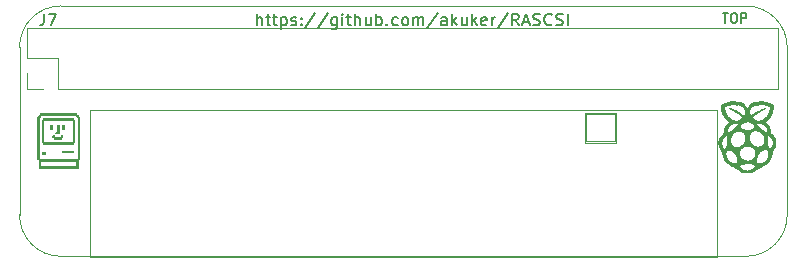
<source format=gbr>
%TF.GenerationSoftware,KiCad,Pcbnew,(5.1.4)-1*%
%TF.CreationDate,2020-08-19T12:02:29-05:00*%
%TF.ProjectId,daisy_chain_board,64616973-795f-4636-9861-696e5f626f61,rev?*%
%TF.SameCoordinates,PX59d60c0PY325aa00*%
%TF.FileFunction,Legend,Top*%
%TF.FilePolarity,Positive*%
%FSLAX46Y46*%
G04 Gerber Fmt 4.6, Leading zero omitted, Abs format (unit mm)*
G04 Created by KiCad (PCBNEW (5.1.4)-1) date 2020-08-19 12:02:29*
%MOMM*%
%LPD*%
G04 APERTURE LIST*
%ADD10C,0.150000*%
%ADD11C,0.120000*%
%ADD12C,0.050000*%
%ADD13C,0.010000*%
G04 APERTURE END LIST*
D10*
X100405333Y-26138380D02*
X100405333Y-25138380D01*
X100833904Y-26138380D02*
X100833904Y-25614571D01*
X100786285Y-25519333D01*
X100691047Y-25471714D01*
X100548190Y-25471714D01*
X100452952Y-25519333D01*
X100405333Y-25566952D01*
X101167238Y-25471714D02*
X101548190Y-25471714D01*
X101310095Y-25138380D02*
X101310095Y-25995523D01*
X101357714Y-26090761D01*
X101452952Y-26138380D01*
X101548190Y-26138380D01*
X101738666Y-25471714D02*
X102119619Y-25471714D01*
X101881523Y-25138380D02*
X101881523Y-25995523D01*
X101929142Y-26090761D01*
X102024380Y-26138380D01*
X102119619Y-26138380D01*
X102452952Y-25471714D02*
X102452952Y-26471714D01*
X102452952Y-25519333D02*
X102548190Y-25471714D01*
X102738666Y-25471714D01*
X102833904Y-25519333D01*
X102881523Y-25566952D01*
X102929142Y-25662190D01*
X102929142Y-25947904D01*
X102881523Y-26043142D01*
X102833904Y-26090761D01*
X102738666Y-26138380D01*
X102548190Y-26138380D01*
X102452952Y-26090761D01*
X103310095Y-26090761D02*
X103405333Y-26138380D01*
X103595809Y-26138380D01*
X103691047Y-26090761D01*
X103738666Y-25995523D01*
X103738666Y-25947904D01*
X103691047Y-25852666D01*
X103595809Y-25805047D01*
X103452952Y-25805047D01*
X103357714Y-25757428D01*
X103310095Y-25662190D01*
X103310095Y-25614571D01*
X103357714Y-25519333D01*
X103452952Y-25471714D01*
X103595809Y-25471714D01*
X103691047Y-25519333D01*
X104167238Y-26043142D02*
X104214857Y-26090761D01*
X104167238Y-26138380D01*
X104119619Y-26090761D01*
X104167238Y-26043142D01*
X104167238Y-26138380D01*
X104167238Y-25519333D02*
X104214857Y-25566952D01*
X104167238Y-25614571D01*
X104119619Y-25566952D01*
X104167238Y-25519333D01*
X104167238Y-25614571D01*
X105357714Y-25090761D02*
X104500571Y-26376476D01*
X106405333Y-25090761D02*
X105548190Y-26376476D01*
X107167238Y-25471714D02*
X107167238Y-26281238D01*
X107119619Y-26376476D01*
X107072000Y-26424095D01*
X106976761Y-26471714D01*
X106833904Y-26471714D01*
X106738666Y-26424095D01*
X107167238Y-26090761D02*
X107072000Y-26138380D01*
X106881523Y-26138380D01*
X106786285Y-26090761D01*
X106738666Y-26043142D01*
X106691047Y-25947904D01*
X106691047Y-25662190D01*
X106738666Y-25566952D01*
X106786285Y-25519333D01*
X106881523Y-25471714D01*
X107072000Y-25471714D01*
X107167238Y-25519333D01*
X107643428Y-26138380D02*
X107643428Y-25471714D01*
X107643428Y-25138380D02*
X107595809Y-25186000D01*
X107643428Y-25233619D01*
X107691047Y-25186000D01*
X107643428Y-25138380D01*
X107643428Y-25233619D01*
X107976761Y-25471714D02*
X108357714Y-25471714D01*
X108119619Y-25138380D02*
X108119619Y-25995523D01*
X108167238Y-26090761D01*
X108262476Y-26138380D01*
X108357714Y-26138380D01*
X108691047Y-26138380D02*
X108691047Y-25138380D01*
X109119619Y-26138380D02*
X109119619Y-25614571D01*
X109072000Y-25519333D01*
X108976761Y-25471714D01*
X108833904Y-25471714D01*
X108738666Y-25519333D01*
X108691047Y-25566952D01*
X110024380Y-25471714D02*
X110024380Y-26138380D01*
X109595809Y-25471714D02*
X109595809Y-25995523D01*
X109643428Y-26090761D01*
X109738666Y-26138380D01*
X109881523Y-26138380D01*
X109976761Y-26090761D01*
X110024380Y-26043142D01*
X110500571Y-26138380D02*
X110500571Y-25138380D01*
X110500571Y-25519333D02*
X110595809Y-25471714D01*
X110786285Y-25471714D01*
X110881523Y-25519333D01*
X110929142Y-25566952D01*
X110976761Y-25662190D01*
X110976761Y-25947904D01*
X110929142Y-26043142D01*
X110881523Y-26090761D01*
X110786285Y-26138380D01*
X110595809Y-26138380D01*
X110500571Y-26090761D01*
X111405333Y-26043142D02*
X111452952Y-26090761D01*
X111405333Y-26138380D01*
X111357714Y-26090761D01*
X111405333Y-26043142D01*
X111405333Y-26138380D01*
X112310095Y-26090761D02*
X112214857Y-26138380D01*
X112024380Y-26138380D01*
X111929142Y-26090761D01*
X111881523Y-26043142D01*
X111833904Y-25947904D01*
X111833904Y-25662190D01*
X111881523Y-25566952D01*
X111929142Y-25519333D01*
X112024380Y-25471714D01*
X112214857Y-25471714D01*
X112310095Y-25519333D01*
X112881523Y-26138380D02*
X112786285Y-26090761D01*
X112738666Y-26043142D01*
X112691047Y-25947904D01*
X112691047Y-25662190D01*
X112738666Y-25566952D01*
X112786285Y-25519333D01*
X112881523Y-25471714D01*
X113024380Y-25471714D01*
X113119619Y-25519333D01*
X113167238Y-25566952D01*
X113214857Y-25662190D01*
X113214857Y-25947904D01*
X113167238Y-26043142D01*
X113119619Y-26090761D01*
X113024380Y-26138380D01*
X112881523Y-26138380D01*
X113643428Y-26138380D02*
X113643428Y-25471714D01*
X113643428Y-25566952D02*
X113691047Y-25519333D01*
X113786285Y-25471714D01*
X113929142Y-25471714D01*
X114024380Y-25519333D01*
X114072000Y-25614571D01*
X114072000Y-26138380D01*
X114072000Y-25614571D02*
X114119619Y-25519333D01*
X114214857Y-25471714D01*
X114357714Y-25471714D01*
X114452952Y-25519333D01*
X114500571Y-25614571D01*
X114500571Y-26138380D01*
X115691047Y-25090761D02*
X114833904Y-26376476D01*
X116452952Y-26138380D02*
X116452952Y-25614571D01*
X116405333Y-25519333D01*
X116310095Y-25471714D01*
X116119619Y-25471714D01*
X116024380Y-25519333D01*
X116452952Y-26090761D02*
X116357714Y-26138380D01*
X116119619Y-26138380D01*
X116024380Y-26090761D01*
X115976761Y-25995523D01*
X115976761Y-25900285D01*
X116024380Y-25805047D01*
X116119619Y-25757428D01*
X116357714Y-25757428D01*
X116452952Y-25709809D01*
X116929142Y-26138380D02*
X116929142Y-25138380D01*
X117024380Y-25757428D02*
X117310095Y-26138380D01*
X117310095Y-25471714D02*
X116929142Y-25852666D01*
X118167238Y-25471714D02*
X118167238Y-26138380D01*
X117738666Y-25471714D02*
X117738666Y-25995523D01*
X117786285Y-26090761D01*
X117881523Y-26138380D01*
X118024380Y-26138380D01*
X118119619Y-26090761D01*
X118167238Y-26043142D01*
X118643428Y-26138380D02*
X118643428Y-25138380D01*
X118738666Y-25757428D02*
X119024380Y-26138380D01*
X119024380Y-25471714D02*
X118643428Y-25852666D01*
X119833904Y-26090761D02*
X119738666Y-26138380D01*
X119548190Y-26138380D01*
X119452952Y-26090761D01*
X119405333Y-25995523D01*
X119405333Y-25614571D01*
X119452952Y-25519333D01*
X119548190Y-25471714D01*
X119738666Y-25471714D01*
X119833904Y-25519333D01*
X119881523Y-25614571D01*
X119881523Y-25709809D01*
X119405333Y-25805047D01*
X120310095Y-26138380D02*
X120310095Y-25471714D01*
X120310095Y-25662190D02*
X120357714Y-25566952D01*
X120405333Y-25519333D01*
X120500571Y-25471714D01*
X120595809Y-25471714D01*
X121643428Y-25090761D02*
X120786285Y-26376476D01*
X122548190Y-26138380D02*
X122214857Y-25662190D01*
X121976761Y-26138380D02*
X121976761Y-25138380D01*
X122357714Y-25138380D01*
X122452952Y-25186000D01*
X122500571Y-25233619D01*
X122548190Y-25328857D01*
X122548190Y-25471714D01*
X122500571Y-25566952D01*
X122452952Y-25614571D01*
X122357714Y-25662190D01*
X121976761Y-25662190D01*
X122929142Y-25852666D02*
X123405333Y-25852666D01*
X122833904Y-26138380D02*
X123167238Y-25138380D01*
X123500571Y-26138380D01*
X123786285Y-26090761D02*
X123929142Y-26138380D01*
X124167238Y-26138380D01*
X124262476Y-26090761D01*
X124310095Y-26043142D01*
X124357714Y-25947904D01*
X124357714Y-25852666D01*
X124310095Y-25757428D01*
X124262476Y-25709809D01*
X124167238Y-25662190D01*
X123976761Y-25614571D01*
X123881523Y-25566952D01*
X123833904Y-25519333D01*
X123786285Y-25424095D01*
X123786285Y-25328857D01*
X123833904Y-25233619D01*
X123881523Y-25186000D01*
X123976761Y-25138380D01*
X124214857Y-25138380D01*
X124357714Y-25186000D01*
X125357714Y-26043142D02*
X125310095Y-26090761D01*
X125167238Y-26138380D01*
X125072000Y-26138380D01*
X124929142Y-26090761D01*
X124833904Y-25995523D01*
X124786285Y-25900285D01*
X124738666Y-25709809D01*
X124738666Y-25566952D01*
X124786285Y-25376476D01*
X124833904Y-25281238D01*
X124929142Y-25186000D01*
X125072000Y-25138380D01*
X125167238Y-25138380D01*
X125310095Y-25186000D01*
X125357714Y-25233619D01*
X125738666Y-26090761D02*
X125881523Y-26138380D01*
X126119619Y-26138380D01*
X126214857Y-26090761D01*
X126262476Y-26043142D01*
X126310095Y-25947904D01*
X126310095Y-25852666D01*
X126262476Y-25757428D01*
X126214857Y-25709809D01*
X126119619Y-25662190D01*
X125929142Y-25614571D01*
X125833904Y-25566952D01*
X125786285Y-25519333D01*
X125738666Y-25424095D01*
X125738666Y-25328857D01*
X125786285Y-25233619D01*
X125833904Y-25186000D01*
X125929142Y-25138380D01*
X126167238Y-25138380D01*
X126310095Y-25186000D01*
X126738666Y-26138380D02*
X126738666Y-25138380D01*
D11*
X128304000Y-35973000D02*
X128304000Y-33687000D01*
X130717000Y-35973000D02*
X128304000Y-35973000D01*
X130717000Y-33687000D02*
X130717000Y-35973000D01*
X128304000Y-33687000D02*
X130717000Y-33687000D01*
X128177000Y-36100000D02*
X128177000Y-33560000D01*
X130844000Y-36100000D02*
X128177000Y-36100000D01*
X130844000Y-33560000D02*
X130844000Y-36100000D01*
X128177000Y-33560000D02*
X130844000Y-33560000D01*
X139353000Y-33306000D02*
X86267000Y-33306000D01*
X139353000Y-45752000D02*
X139353000Y-33306000D01*
X86267000Y-45752000D02*
X139353000Y-45752000D01*
X86267000Y-33306000D02*
X86267000Y-45752000D01*
D10*
X139829380Y-25120904D02*
X140286523Y-25120904D01*
X140057952Y-25920904D02*
X140057952Y-25120904D01*
X140705571Y-25120904D02*
X140857952Y-25120904D01*
X140934142Y-25159000D01*
X141010333Y-25235190D01*
X141048428Y-25387571D01*
X141048428Y-25654238D01*
X141010333Y-25806619D01*
X140934142Y-25882809D01*
X140857952Y-25920904D01*
X140705571Y-25920904D01*
X140629380Y-25882809D01*
X140553190Y-25806619D01*
X140515095Y-25654238D01*
X140515095Y-25387571D01*
X140553190Y-25235190D01*
X140629380Y-25159000D01*
X140705571Y-25120904D01*
X141391285Y-25920904D02*
X141391285Y-25120904D01*
X141696047Y-25120904D01*
X141772238Y-25159000D01*
X141810333Y-25197095D01*
X141848428Y-25273285D01*
X141848428Y-25387571D01*
X141810333Y-25463761D01*
X141772238Y-25501857D01*
X141696047Y-25539952D01*
X141391285Y-25539952D01*
D12*
X83800000Y-45696000D02*
X141800000Y-45696000D01*
X83800000Y-45696000D02*
G75*
G02X80300000Y-42196000I0J3500000D01*
G01*
X145300000Y-42196000D02*
G75*
G02X141800000Y-45696000I-3500000J0D01*
G01*
X80300000Y-27998000D02*
X80300000Y-42196000D01*
X145300000Y-27998000D02*
X145300000Y-42196000D01*
X83800000Y-24498000D02*
X141800000Y-24498000D01*
X80300000Y-27998000D02*
G75*
G02X83800000Y-24498000I3500000J0D01*
G01*
X141800000Y-24498000D02*
G75*
G02X145300000Y-27998000I0J-3500000D01*
G01*
D11*
%TO.C,J7*%
X80936500Y-31524500D02*
X80936500Y-30194500D01*
X82266500Y-31524500D02*
X80936500Y-31524500D01*
X80936500Y-28924500D02*
X80936500Y-26324500D01*
X83536500Y-28924500D02*
X80936500Y-28924500D01*
X83536500Y-31524500D02*
X83536500Y-28924500D01*
X80936500Y-26324500D02*
X144556500Y-26324500D01*
X83536500Y-31524500D02*
X144556500Y-31524500D01*
X144556500Y-31524500D02*
X144556500Y-26324500D01*
D13*
%TO.C,X7*%
G36*
X140818857Y-32561226D02*
G01*
X140837047Y-32562167D01*
X140848809Y-32563847D01*
X140855152Y-32566361D01*
X140855499Y-32566638D01*
X140863786Y-32571759D01*
X140877632Y-32578427D01*
X140894733Y-32585732D01*
X140912782Y-32592764D01*
X140929474Y-32598614D01*
X140942502Y-32602371D01*
X140948331Y-32603269D01*
X140957637Y-32602457D01*
X140972456Y-32600295D01*
X140990023Y-32597201D01*
X140995233Y-32596190D01*
X141021414Y-32592250D01*
X141044948Y-32591901D01*
X141067964Y-32595542D01*
X141092591Y-32603572D01*
X141120958Y-32616393D01*
X141131685Y-32621838D01*
X141176821Y-32645219D01*
X141227222Y-32642685D01*
X141257857Y-32641936D01*
X141283771Y-32643507D01*
X141306579Y-32648063D01*
X141327897Y-32656273D01*
X141349342Y-32668802D01*
X141372529Y-32686318D01*
X141399074Y-32709488D01*
X141407193Y-32716954D01*
X141422732Y-32730743D01*
X141437100Y-32742392D01*
X141448622Y-32750611D01*
X141455284Y-32754037D01*
X141464988Y-32755107D01*
X141479939Y-32755273D01*
X141496965Y-32754503D01*
X141497574Y-32754457D01*
X141528783Y-32752097D01*
X141565643Y-32778223D01*
X141620212Y-32821622D01*
X141672362Y-32872551D01*
X141721450Y-32930265D01*
X141766833Y-32994016D01*
X141803057Y-33054266D01*
X141814933Y-33076801D01*
X141828078Y-33103552D01*
X141841549Y-33132426D01*
X141854407Y-33161330D01*
X141865711Y-33188171D01*
X141874520Y-33210856D01*
X141878131Y-33221333D01*
X141882644Y-33234525D01*
X141886533Y-33244297D01*
X141888400Y-33247751D01*
X141890826Y-33245156D01*
X141895624Y-33235920D01*
X141902197Y-33221330D01*
X141909948Y-33202675D01*
X141913888Y-33192718D01*
X141951655Y-33105887D01*
X141994880Y-33025191D01*
X142043421Y-32950885D01*
X142064465Y-32922788D01*
X142084884Y-32898516D01*
X142109900Y-32871799D01*
X142137616Y-32844435D01*
X142166137Y-32818225D01*
X142193566Y-32794967D01*
X142218007Y-32776460D01*
X142220534Y-32774721D01*
X142256721Y-32750141D01*
X142333683Y-32755603D01*
X142377946Y-32713507D01*
X142402675Y-32690974D01*
X142423643Y-32674147D01*
X142442204Y-32661986D01*
X142450763Y-32657447D01*
X142461973Y-32652085D01*
X142471289Y-32648300D01*
X142480545Y-32645805D01*
X142491576Y-32644316D01*
X142506215Y-32643547D01*
X142526298Y-32643213D01*
X142543090Y-32643095D01*
X142606863Y-32642708D01*
X142650099Y-32621146D01*
X142677646Y-32608057D01*
X142700422Y-32599154D01*
X142720769Y-32594030D01*
X142741029Y-32592278D01*
X142763544Y-32593492D01*
X142789115Y-32597016D01*
X142808803Y-32600068D01*
X142824158Y-32601729D01*
X142837142Y-32601638D01*
X142849722Y-32599431D01*
X142863860Y-32594746D01*
X142881522Y-32587219D01*
X142904671Y-32576488D01*
X142907535Y-32575145D01*
X142920289Y-32569321D01*
X142930700Y-32565355D01*
X142940907Y-32562889D01*
X142953053Y-32561567D01*
X142969279Y-32561034D01*
X142991726Y-32560933D01*
X142993010Y-32560933D01*
X143013786Y-32561222D01*
X143031379Y-32562011D01*
X143044124Y-32563187D01*
X143050358Y-32564634D01*
X143050656Y-32564907D01*
X143055431Y-32569006D01*
X143065290Y-32575559D01*
X143075247Y-32581496D01*
X143097383Y-32594112D01*
X143141833Y-32583967D01*
X143176391Y-32576701D01*
X143204667Y-32572262D01*
X143228304Y-32570504D01*
X143248948Y-32571277D01*
X143262035Y-32573158D01*
X143290459Y-32580913D01*
X143320191Y-32593160D01*
X143346897Y-32608079D01*
X143349732Y-32609990D01*
X143356402Y-32614222D01*
X143363160Y-32617178D01*
X143371695Y-32619117D01*
X143383693Y-32620299D01*
X143400844Y-32620986D01*
X143423815Y-32621423D01*
X143447994Y-32621921D01*
X143465637Y-32622747D01*
X143478677Y-32624182D01*
X143489045Y-32626505D01*
X143498671Y-32629996D01*
X143506140Y-32633349D01*
X143523171Y-32643003D01*
X143540481Y-32655371D01*
X143548383Y-32662190D01*
X143567103Y-32679998D01*
X143592593Y-32675563D01*
X143608374Y-32673673D01*
X143625988Y-32673488D01*
X143647821Y-32675061D01*
X143666766Y-32677222D01*
X143707517Y-32683750D01*
X143741760Y-32692681D01*
X143771294Y-32704783D01*
X143797919Y-32720827D01*
X143823433Y-32741581D01*
X143828628Y-32746429D01*
X143841013Y-32757956D01*
X143849608Y-32764642D01*
X143856673Y-32767569D01*
X143864471Y-32767817D01*
X143871602Y-32766972D01*
X143888622Y-32766452D01*
X143910843Y-32768279D01*
X143935483Y-32771982D01*
X143959759Y-32777089D01*
X143980886Y-32783131D01*
X143991358Y-32787219D01*
X144021028Y-32805221D01*
X144045086Y-32829052D01*
X144062791Y-32857679D01*
X144073397Y-32890068D01*
X144075527Y-32904250D01*
X144075883Y-32934296D01*
X144071711Y-32965694D01*
X144063628Y-32994575D01*
X144059552Y-33004316D01*
X144050805Y-33022924D01*
X144071288Y-33065631D01*
X144083812Y-33094233D01*
X144091315Y-33118419D01*
X144094074Y-33140375D01*
X144092365Y-33162291D01*
X144086526Y-33186151D01*
X144079525Y-33204541D01*
X144069547Y-33225255D01*
X144058728Y-33243867D01*
X144058519Y-33244186D01*
X144049608Y-33258322D01*
X144042892Y-33270114D01*
X144039500Y-33277539D01*
X144039299Y-33278594D01*
X144040844Y-33285559D01*
X144044695Y-33296557D01*
X144046166Y-33300191D01*
X144049981Y-33312459D01*
X144051353Y-33326786D01*
X144050544Y-33346138D01*
X144050377Y-33348174D01*
X144047116Y-33370648D01*
X144040770Y-33392363D01*
X144030593Y-33414963D01*
X144015842Y-33440091D01*
X143995770Y-33469393D01*
X143994905Y-33470593D01*
X143966245Y-33510302D01*
X143971465Y-33532059D01*
X143974034Y-33545494D01*
X143974289Y-33557524D01*
X143972083Y-33571737D01*
X143969380Y-33583366D01*
X143960960Y-33612158D01*
X143950489Y-33636527D01*
X143936650Y-33658529D01*
X143918126Y-33680221D01*
X143893599Y-33703660D01*
X143890691Y-33706245D01*
X143880759Y-33715375D01*
X143874799Y-33722812D01*
X143871557Y-33731347D01*
X143869783Y-33743769D01*
X143868849Y-33754928D01*
X143866617Y-33773230D01*
X143863158Y-33790648D01*
X143859306Y-33803179D01*
X143843443Y-33832533D01*
X143820851Y-33862743D01*
X143792919Y-33892259D01*
X143761038Y-33919532D01*
X143743758Y-33932041D01*
X143726846Y-33944110D01*
X143715489Y-33954198D01*
X143707917Y-33964565D01*
X143702358Y-33977472D01*
X143698599Y-33989629D01*
X143692700Y-34006984D01*
X143685395Y-34024155D01*
X143680877Y-34032838D01*
X143663470Y-34056063D01*
X143639484Y-34078795D01*
X143610766Y-34099730D01*
X143579165Y-34117568D01*
X143546529Y-34131006D01*
X143537649Y-34133748D01*
X143520588Y-34139017D01*
X143509944Y-34143845D01*
X143503869Y-34149618D01*
X143500515Y-34157727D01*
X143499407Y-34162484D01*
X143489866Y-34188322D01*
X143472698Y-34213018D01*
X143448730Y-34235883D01*
X143418789Y-34256230D01*
X143383702Y-34273369D01*
X143353350Y-34284051D01*
X143337917Y-34288887D01*
X143325708Y-34293156D01*
X143318961Y-34296064D01*
X143318466Y-34296411D01*
X143320743Y-34299584D01*
X143329055Y-34306634D01*
X143342370Y-34316776D01*
X143359654Y-34329222D01*
X143379849Y-34343168D01*
X143420640Y-34371103D01*
X143455277Y-34395532D01*
X143484868Y-34417306D01*
X143510521Y-34437272D01*
X143533343Y-34456280D01*
X143554442Y-34475180D01*
X143564743Y-34484904D01*
X143623178Y-34545836D01*
X143674156Y-34609559D01*
X143718035Y-34676734D01*
X143755178Y-34748021D01*
X143785945Y-34824079D01*
X143810696Y-34905570D01*
X143822829Y-34957438D01*
X143829201Y-34990015D01*
X143834448Y-35022267D01*
X143838771Y-35055979D01*
X143842372Y-35092934D01*
X143845454Y-35134918D01*
X143848021Y-35179822D01*
X143851316Y-35243895D01*
X143870591Y-35277189D01*
X143880252Y-35293101D01*
X143889106Y-35305113D01*
X143899258Y-35315425D01*
X143912812Y-35326238D01*
X143927541Y-35336743D01*
X143953341Y-35356221D01*
X143982278Y-35380553D01*
X144012350Y-35407863D01*
X144041558Y-35436275D01*
X144067900Y-35463912D01*
X144088213Y-35487447D01*
X144126653Y-35538844D01*
X144162714Y-35594371D01*
X144195734Y-35652618D01*
X144225047Y-35712179D01*
X144249992Y-35771646D01*
X144269905Y-35829611D01*
X144284122Y-35884667D01*
X144289452Y-35914409D01*
X144292231Y-35931083D01*
X144295102Y-35944580D01*
X144297565Y-35952654D01*
X144298196Y-35953738D01*
X144299151Y-35958893D01*
X144299953Y-35971224D01*
X144300602Y-35989519D01*
X144301100Y-36012563D01*
X144301447Y-36039144D01*
X144301644Y-36068048D01*
X144301692Y-36098062D01*
X144301591Y-36127971D01*
X144301342Y-36156564D01*
X144300946Y-36182626D01*
X144300404Y-36204944D01*
X144299717Y-36222305D01*
X144298884Y-36233494D01*
X144298021Y-36237281D01*
X144295278Y-36242517D01*
X144292555Y-36253189D01*
X144291456Y-36259756D01*
X144288405Y-36275811D01*
X144283142Y-36297684D01*
X144276290Y-36323213D01*
X144268469Y-36350236D01*
X144260301Y-36376591D01*
X144252407Y-36400118D01*
X144246696Y-36415475D01*
X144215350Y-36485107D01*
X144176926Y-36554684D01*
X144132601Y-36622272D01*
X144083553Y-36685934D01*
X144078906Y-36691454D01*
X144067630Y-36705924D01*
X144059683Y-36718483D01*
X144056278Y-36727177D01*
X144056233Y-36727893D01*
X144055125Y-36735197D01*
X144052055Y-36749194D01*
X144047405Y-36768444D01*
X144041557Y-36791504D01*
X144034893Y-36816934D01*
X144027794Y-36843291D01*
X144020642Y-36869133D01*
X144013819Y-36893019D01*
X144007707Y-36913507D01*
X144003910Y-36925500D01*
X143999265Y-36939193D01*
X143992326Y-36959086D01*
X143983714Y-36983428D01*
X143974047Y-37010469D01*
X143963946Y-37038460D01*
X143961593Y-37044941D01*
X143947445Y-37085081D01*
X143936481Y-37119093D01*
X143928252Y-37148497D01*
X143922308Y-37174814D01*
X143920868Y-37182525D01*
X143901033Y-37270269D01*
X143873092Y-37355796D01*
X143837192Y-37438794D01*
X143793478Y-37518948D01*
X143742094Y-37595943D01*
X143710759Y-37636655D01*
X143691047Y-37659709D01*
X143666567Y-37686266D01*
X143639140Y-37714511D01*
X143610586Y-37742630D01*
X143582728Y-37768809D01*
X143557386Y-37791234D01*
X143546752Y-37800050D01*
X143507397Y-37829844D01*
X143464359Y-37859056D01*
X143419629Y-37886509D01*
X143375201Y-37911026D01*
X143333068Y-37931430D01*
X143304009Y-37943387D01*
X143286462Y-37950800D01*
X143269729Y-37959311D01*
X143257443Y-37967071D01*
X143227333Y-37989335D01*
X143191556Y-38014564D01*
X143151849Y-38041622D01*
X143109951Y-38069370D01*
X143067599Y-38096670D01*
X143026532Y-38122383D01*
X142988486Y-38145373D01*
X142960325Y-38161639D01*
X142931755Y-38177119D01*
X142898678Y-38194096D01*
X142862915Y-38211715D01*
X142826284Y-38229120D01*
X142790603Y-38245455D01*
X142757694Y-38259864D01*
X142729373Y-38271491D01*
X142716469Y-38276370D01*
X142696409Y-38283747D01*
X142681271Y-38289928D01*
X142669009Y-38296183D01*
X142657574Y-38303781D01*
X142644919Y-38313991D01*
X142628996Y-38328083D01*
X142620194Y-38336051D01*
X142565074Y-38384149D01*
X142512444Y-38426019D01*
X142460714Y-38462849D01*
X142408291Y-38495830D01*
X142399392Y-38501026D01*
X142356685Y-38525700D01*
X141890951Y-38525690D01*
X141425216Y-38525680D01*
X141388073Y-38504846D01*
X141341847Y-38477523D01*
X141298090Y-38448581D01*
X141254943Y-38416649D01*
X141210541Y-38380355D01*
X141167687Y-38342572D01*
X141149792Y-38326888D01*
X141132503Y-38312727D01*
X141117494Y-38301393D01*
X141106437Y-38294191D01*
X141104107Y-38293015D01*
X141092842Y-38288162D01*
X141076229Y-38281179D01*
X141056765Y-38273111D01*
X141042099Y-38267097D01*
X140949809Y-38226912D01*
X140860022Y-38182526D01*
X140771254Y-38133105D01*
X140682017Y-38077814D01*
X140657665Y-38061259D01*
X141229202Y-38061259D01*
X141234448Y-38081747D01*
X141241298Y-38096456D01*
X141262202Y-38129549D01*
X141290382Y-38163902D01*
X141324882Y-38198788D01*
X141364747Y-38233478D01*
X141409022Y-38267245D01*
X141456752Y-38299361D01*
X141506983Y-38329099D01*
X141558760Y-38355731D01*
X141611127Y-38378528D01*
X141611739Y-38378769D01*
X141664688Y-38397989D01*
X141714531Y-38412436D01*
X141763784Y-38422581D01*
X141814965Y-38428898D01*
X141870592Y-38431861D01*
X141896147Y-38432220D01*
X141926958Y-38432207D01*
X141951467Y-38431763D01*
X141971837Y-38430726D01*
X141990227Y-38428929D01*
X142008800Y-38426210D01*
X142029716Y-38422404D01*
X142032495Y-38421865D01*
X142110329Y-38402647D01*
X142187044Y-38375821D01*
X142261541Y-38341988D01*
X142332717Y-38301748D01*
X142399473Y-38255702D01*
X142460707Y-38204450D01*
X142497343Y-38168296D01*
X142526005Y-38135908D01*
X142547996Y-38106092D01*
X142564171Y-38077547D01*
X142574772Y-38050927D01*
X142579688Y-38034388D01*
X142581775Y-38022796D01*
X142581319Y-38013225D01*
X142579285Y-38004950D01*
X142567492Y-37979877D01*
X142547503Y-37955567D01*
X142519564Y-37932168D01*
X142483925Y-37909824D01*
X142440831Y-37888682D01*
X142390532Y-37868888D01*
X142333273Y-37850586D01*
X142303146Y-37842311D01*
X142256598Y-37830818D01*
X142212623Y-37821514D01*
X142169668Y-37814242D01*
X142126178Y-37808846D01*
X142080598Y-37805168D01*
X142031374Y-37803054D01*
X141976950Y-37802346D01*
X141915772Y-37802887D01*
X141912050Y-37802953D01*
X141873078Y-37803750D01*
X141840894Y-37804679D01*
X141813819Y-37805854D01*
X141790176Y-37807393D01*
X141768285Y-37809410D01*
X141746467Y-37812021D01*
X141723045Y-37815342D01*
X141715304Y-37816518D01*
X141691270Y-37820264D01*
X141670244Y-37823645D01*
X141653612Y-37826432D01*
X141642760Y-37828390D01*
X141639104Y-37829240D01*
X141634433Y-37830607D01*
X141622934Y-37833517D01*
X141606029Y-37837623D01*
X141585144Y-37842578D01*
X141569150Y-37846311D01*
X141508551Y-37861983D01*
X141452471Y-37879733D01*
X141401454Y-37899276D01*
X141356047Y-37920326D01*
X141316793Y-37942597D01*
X141284238Y-37965803D01*
X141258926Y-37989659D01*
X141241403Y-38013878D01*
X141238368Y-38019816D01*
X141230543Y-38041504D01*
X141229202Y-38061259D01*
X140657665Y-38061259D01*
X140590827Y-38015822D01*
X140578591Y-38007113D01*
X140553688Y-37989318D01*
X140534413Y-37975679D01*
X140519508Y-37965428D01*
X140507713Y-37957799D01*
X140497769Y-37952024D01*
X140488416Y-37947336D01*
X140478394Y-37942967D01*
X140466445Y-37938151D01*
X140463400Y-37936943D01*
X140396898Y-37906521D01*
X140330484Y-37868260D01*
X140264942Y-37822758D01*
X140201055Y-37770615D01*
X140139609Y-37712429D01*
X140081386Y-37648799D01*
X140072974Y-37638816D01*
X140025913Y-37577202D01*
X139983160Y-37510855D01*
X139945348Y-37441139D01*
X139913107Y-37369417D01*
X139887071Y-37297054D01*
X139867871Y-37225413D01*
X139858924Y-37177004D01*
X139853626Y-37148727D01*
X139845710Y-37119134D01*
X139834463Y-37085683D01*
X139829562Y-37072474D01*
X139813266Y-37028323D01*
X139799766Y-36990037D01*
X140068934Y-36990037D01*
X140069004Y-37014900D01*
X140069942Y-37036591D01*
X140071890Y-37057750D01*
X140074990Y-37081014D01*
X140076774Y-37092716D01*
X140087013Y-37146310D01*
X140100994Y-37201542D01*
X140118152Y-37256990D01*
X140137923Y-37311229D01*
X140159746Y-37362837D01*
X140183056Y-37410391D01*
X140207290Y-37452467D01*
X140231884Y-37487643D01*
X140234281Y-37490650D01*
X140253397Y-37513194D01*
X140276300Y-37538391D01*
X140301541Y-37564800D01*
X140327670Y-37590978D01*
X140353237Y-37615485D01*
X140376793Y-37636878D01*
X140396887Y-37653716D01*
X140402866Y-37658290D01*
X140471719Y-37704771D01*
X140542040Y-37743531D01*
X140613360Y-37774350D01*
X140685206Y-37797007D01*
X140712245Y-37803366D01*
X140730441Y-37807163D01*
X140745232Y-37809884D01*
X140758607Y-37811673D01*
X140772553Y-37812676D01*
X140789058Y-37813037D01*
X140810110Y-37812900D01*
X140836783Y-37812427D01*
X140865917Y-37811614D01*
X140888579Y-37810325D01*
X140906759Y-37808352D01*
X140922445Y-37805484D01*
X140936236Y-37801917D01*
X140970637Y-37789762D01*
X141000230Y-37774861D01*
X141023562Y-37758010D01*
X141032360Y-37749180D01*
X141049936Y-37724174D01*
X141065387Y-37692493D01*
X141077988Y-37655811D01*
X141084689Y-37628233D01*
X141088604Y-37607485D01*
X141090999Y-37589717D01*
X141092053Y-37572027D01*
X141091947Y-37551515D01*
X141090962Y-37527304D01*
X141089617Y-37505360D01*
X141087940Y-37485685D01*
X141086130Y-37470240D01*
X141084387Y-37460988D01*
X141084134Y-37460231D01*
X141081650Y-37451327D01*
X141078478Y-37436662D01*
X141075169Y-37418856D01*
X141073952Y-37411583D01*
X141067142Y-37377015D01*
X141057398Y-37340305D01*
X141044236Y-37299841D01*
X141027170Y-37254011D01*
X141024504Y-37247233D01*
X140993393Y-37176343D01*
X140958082Y-37111095D01*
X140917492Y-37049848D01*
X140870546Y-36990961D01*
X140839207Y-36957250D01*
X141211470Y-36957250D01*
X141211807Y-36986440D01*
X141213035Y-37011233D01*
X141215503Y-37034165D01*
X141219560Y-37057775D01*
X141225553Y-37084599D01*
X141232968Y-37113883D01*
X141254314Y-37179060D01*
X141283185Y-37241067D01*
X141319095Y-37299474D01*
X141361557Y-37353847D01*
X141410084Y-37403756D01*
X141464190Y-37448768D01*
X141523388Y-37488451D01*
X141587192Y-37522375D01*
X141655115Y-37550107D01*
X141726670Y-37571215D01*
X141755545Y-37577576D01*
X141782996Y-37582248D01*
X141814313Y-37586267D01*
X141846978Y-37589419D01*
X141878473Y-37591495D01*
X141906278Y-37592281D01*
X141924750Y-37591803D01*
X141939384Y-37590825D01*
X141958668Y-37589507D01*
X141961102Y-37589338D01*
X142659486Y-37589338D01*
X142659910Y-37606880D01*
X142660996Y-37621212D01*
X142662854Y-37634083D01*
X142665599Y-37647244D01*
X142667754Y-37656156D01*
X142680211Y-37697658D01*
X142694891Y-37731071D01*
X142711836Y-37756485D01*
X142717907Y-37763107D01*
X142739623Y-37780568D01*
X142767671Y-37796656D01*
X142799930Y-37810456D01*
X142834277Y-37821052D01*
X142866666Y-37827285D01*
X142889505Y-37829335D01*
X142917705Y-37830481D01*
X142948362Y-37830732D01*
X142978574Y-37830095D01*
X143005440Y-37828578D01*
X143021622Y-37826870D01*
X143039578Y-37823705D01*
X143062318Y-37818736D01*
X143086557Y-37812721D01*
X143103547Y-37808033D01*
X143165878Y-37787811D01*
X143222898Y-37764612D01*
X143276029Y-37737566D01*
X143326696Y-37705804D01*
X143376320Y-37668457D01*
X143426326Y-37624654D01*
X143464476Y-37587509D01*
X143510944Y-37538781D01*
X143550756Y-37493003D01*
X143584646Y-37448985D01*
X143613343Y-37405536D01*
X143637577Y-37361466D01*
X143658081Y-37315585D01*
X143675585Y-37266702D01*
X143688432Y-37222717D01*
X143700512Y-37166584D01*
X143708470Y-37105395D01*
X143712184Y-37041554D01*
X143711533Y-36977468D01*
X143706393Y-36915542D01*
X143704645Y-36902422D01*
X143694114Y-36839662D01*
X143681462Y-36784365D01*
X143666436Y-36735732D01*
X143648778Y-36692968D01*
X143628233Y-36655275D01*
X143622659Y-36646615D01*
X143601564Y-36620067D01*
X143576858Y-36599156D01*
X143547413Y-36583233D01*
X143512103Y-36571651D01*
X143481294Y-36565456D01*
X143455636Y-36564128D01*
X143424670Y-36567013D01*
X143390158Y-36573666D01*
X143353864Y-36583643D01*
X143317551Y-36596500D01*
X143282982Y-36611793D01*
X143269389Y-36618845D01*
X143208358Y-36655750D01*
X143145575Y-36700868D01*
X143081105Y-36754141D01*
X143015014Y-36815514D01*
X142947371Y-36884929D01*
X142918005Y-36917033D01*
X142869213Y-36976787D01*
X142823753Y-37043386D01*
X142782206Y-37115669D01*
X142745152Y-37192474D01*
X142713170Y-37272640D01*
X142686840Y-37355005D01*
X142673654Y-37406468D01*
X142669271Y-37426483D01*
X142666028Y-37444562D01*
X142663709Y-37462811D01*
X142662097Y-37483332D01*
X142660977Y-37508231D01*
X142660176Y-37537623D01*
X142659612Y-37566836D01*
X142659486Y-37589338D01*
X141961102Y-37589338D01*
X141978808Y-37588109D01*
X141981900Y-37587892D01*
X142041999Y-37580187D01*
X142104378Y-37565699D01*
X142167240Y-37545066D01*
X142228790Y-37518928D01*
X142287232Y-37487922D01*
X142318830Y-37468072D01*
X142378767Y-37423175D01*
X142431957Y-37373215D01*
X142478316Y-37318302D01*
X142517763Y-37258543D01*
X142550213Y-37194048D01*
X142572055Y-37136132D01*
X142584798Y-37092628D01*
X142593300Y-37052523D01*
X142598018Y-37012561D01*
X142599412Y-36969484D01*
X142598983Y-36945011D01*
X142592973Y-36873237D01*
X142579427Y-36805093D01*
X142558227Y-36740312D01*
X142529255Y-36678624D01*
X142492392Y-36619760D01*
X142447521Y-36563451D01*
X142417920Y-36531996D01*
X142362057Y-36481809D01*
X142301315Y-36438242D01*
X142236320Y-36401480D01*
X142167694Y-36371708D01*
X142096064Y-36349111D01*
X142022052Y-36333875D01*
X141946284Y-36326184D01*
X141869383Y-36326224D01*
X141791974Y-36334180D01*
X141766000Y-36338655D01*
X141692017Y-36356499D01*
X141621877Y-36380953D01*
X141555957Y-36411596D01*
X141494631Y-36448009D01*
X141438276Y-36489773D01*
X141387269Y-36536468D01*
X141341985Y-36587675D01*
X141302801Y-36642973D01*
X141270092Y-36701943D01*
X141244236Y-36764166D01*
X141225607Y-36829222D01*
X141214583Y-36896691D01*
X141211470Y-36957250D01*
X140839207Y-36957250D01*
X140820735Y-36937381D01*
X140762458Y-36881888D01*
X140703571Y-36832179D01*
X140644510Y-36788452D01*
X140585714Y-36750909D01*
X140527620Y-36719750D01*
X140470664Y-36695174D01*
X140415286Y-36677382D01*
X140361921Y-36666574D01*
X140311008Y-36662950D01*
X140262983Y-36666710D01*
X140239665Y-36671555D01*
X140205161Y-36682044D01*
X140177453Y-36694711D01*
X140154915Y-36710858D01*
X140135921Y-36731782D01*
X140118846Y-36758783D01*
X140110664Y-36774673D01*
X140097469Y-36803227D01*
X140087466Y-36829011D01*
X140080186Y-36854133D01*
X140075161Y-36880702D01*
X140071921Y-36910829D01*
X140069997Y-36946621D01*
X140069589Y-36959366D01*
X140068934Y-36990037D01*
X139799766Y-36990037D01*
X139797164Y-36982658D01*
X139781732Y-36936960D01*
X139767444Y-36892712D01*
X139754775Y-36851395D01*
X139744199Y-36814492D01*
X139736193Y-36783485D01*
X139734288Y-36775216D01*
X139727787Y-36748063D01*
X139721633Y-36726521D01*
X139716139Y-36711598D01*
X139712647Y-36705366D01*
X139695081Y-36682976D01*
X139675785Y-36657542D01*
X139656146Y-36630965D01*
X139637545Y-36605142D01*
X139621369Y-36581972D01*
X139609001Y-36563354D01*
X139608225Y-36562130D01*
X139581202Y-36515751D01*
X139556088Y-36465745D01*
X139533615Y-36413977D01*
X139514514Y-36362308D01*
X139499520Y-36312603D01*
X139489364Y-36266725D01*
X139487536Y-36255166D01*
X139484339Y-36237408D01*
X139480744Y-36225123D01*
X139477186Y-36219796D01*
X139477166Y-36219789D01*
X139475545Y-36215113D01*
X139474166Y-36203286D01*
X139473036Y-36185605D01*
X139472156Y-36163367D01*
X139471533Y-36137868D01*
X139471169Y-36110406D01*
X139471070Y-36082277D01*
X139471228Y-36056853D01*
X139713266Y-36056853D01*
X139713705Y-36085061D01*
X139713994Y-36097883D01*
X139714858Y-36128906D01*
X139715937Y-36153548D01*
X139717452Y-36173892D01*
X139719623Y-36192023D01*
X139722670Y-36210025D01*
X139726815Y-36229983D01*
X139728993Y-36239699D01*
X139748086Y-36312227D01*
X139770928Y-36377710D01*
X139797868Y-36436854D01*
X139829253Y-36490370D01*
X139865432Y-36538965D01*
X139889534Y-36566000D01*
X139912899Y-36589127D01*
X139932235Y-36605102D01*
X139947768Y-36614094D01*
X139957550Y-36616370D01*
X139964819Y-36615446D01*
X139976603Y-36613007D01*
X139981856Y-36611739D01*
X140002901Y-36602435D01*
X140024494Y-36585312D01*
X140046233Y-36560966D01*
X140067721Y-36529990D01*
X140088555Y-36492980D01*
X140108337Y-36450532D01*
X140126667Y-36403238D01*
X140131443Y-36389331D01*
X140154773Y-36314137D01*
X140175307Y-36236171D01*
X140193373Y-36153975D01*
X140209296Y-36066092D01*
X140220819Y-35989933D01*
X140226910Y-35936004D01*
X140230920Y-35877928D01*
X140231726Y-35852349D01*
X140447695Y-35852349D01*
X140447755Y-35882228D01*
X140448192Y-35905738D01*
X140449182Y-35924974D01*
X140450902Y-35942031D01*
X140453529Y-35959004D01*
X140457239Y-35977988D01*
X140458961Y-35986129D01*
X140476135Y-36052753D01*
X140497925Y-36112955D01*
X140524850Y-36167719D01*
X140557425Y-36218033D01*
X140596166Y-36264879D01*
X140615541Y-36284887D01*
X140656569Y-36322096D01*
X140698756Y-36353437D01*
X140743577Y-36379692D01*
X140792503Y-36401639D01*
X140847007Y-36420060D01*
X140893933Y-36432387D01*
X140911694Y-36436383D01*
X140926858Y-36439146D01*
X140941587Y-36440840D01*
X140958044Y-36441629D01*
X140978391Y-36441677D01*
X141004790Y-36441148D01*
X141008233Y-36441059D01*
X141042947Y-36439726D01*
X141072087Y-36437525D01*
X141098528Y-36434160D01*
X141125144Y-36429332D01*
X141129177Y-36428495D01*
X141207193Y-36407839D01*
X141281829Y-36379457D01*
X141352905Y-36343459D01*
X141420244Y-36299956D01*
X141483667Y-36249058D01*
X141542995Y-36190877D01*
X141579706Y-36148683D01*
X141622824Y-36090512D01*
X141660923Y-36028002D01*
X141693643Y-35962234D01*
X141720625Y-35894289D01*
X141741509Y-35825246D01*
X141755935Y-35756188D01*
X141763543Y-35688193D01*
X141763834Y-35643606D01*
X142046189Y-35643606D01*
X142053712Y-35718517D01*
X142069381Y-35793893D01*
X142093160Y-35869424D01*
X142125012Y-35944799D01*
X142136869Y-35968766D01*
X142179186Y-36042444D01*
X142227623Y-36110329D01*
X142282033Y-36172274D01*
X142342267Y-36228131D01*
X142408178Y-36277753D01*
X142479615Y-36320993D01*
X142504716Y-36334005D01*
X142570452Y-36362742D01*
X142638109Y-36384695D01*
X142706571Y-36399667D01*
X142774722Y-36407462D01*
X142841443Y-36407881D01*
X142893631Y-36402685D01*
X142925331Y-36396441D01*
X142960858Y-36387022D01*
X142997368Y-36375361D01*
X143032021Y-36362387D01*
X143061972Y-36349032D01*
X143069866Y-36344956D01*
X143123605Y-36311513D01*
X143174055Y-36271218D01*
X143220043Y-36225277D01*
X143260399Y-36174896D01*
X143293950Y-36121280D01*
X143301718Y-36106349D01*
X143309877Y-36087699D01*
X143319106Y-36062936D01*
X143328743Y-36034233D01*
X143338127Y-36003765D01*
X143346598Y-35973707D01*
X143353493Y-35946232D01*
X143358151Y-35923516D01*
X143359012Y-35917966D01*
X143361271Y-35894973D01*
X143362718Y-35866031D01*
X143363359Y-35833617D01*
X143363199Y-35800210D01*
X143362242Y-35768288D01*
X143360492Y-35740327D01*
X143359450Y-35730741D01*
X143551250Y-35730741D01*
X143551331Y-35768519D01*
X143555936Y-35888651D01*
X143567078Y-36004510D01*
X143584980Y-36117461D01*
X143609862Y-36228869D01*
X143641946Y-36340100D01*
X143646023Y-36352685D01*
X143659060Y-36389573D01*
X143673887Y-36426586D01*
X143689705Y-36462012D01*
X143705711Y-36494134D01*
X143721104Y-36521238D01*
X143733204Y-36539180D01*
X143753248Y-36562099D01*
X143774423Y-36579851D01*
X143795540Y-36591716D01*
X143815410Y-36596974D01*
X143827633Y-36596401D01*
X143838971Y-36593080D01*
X143851738Y-36588043D01*
X143852124Y-36587867D01*
X143865121Y-36579232D01*
X143881198Y-36564355D01*
X143899424Y-36544454D01*
X143918870Y-36520746D01*
X143938608Y-36494448D01*
X143957708Y-36466777D01*
X143975241Y-36438949D01*
X143990278Y-36412183D01*
X143997677Y-36397222D01*
X144028411Y-36321373D01*
X144050816Y-36244039D01*
X144064884Y-36165249D01*
X144069016Y-36122040D01*
X144070406Y-36042072D01*
X144063821Y-35964188D01*
X144049403Y-35888773D01*
X144027292Y-35816212D01*
X143997630Y-35746888D01*
X143960556Y-35681187D01*
X143916212Y-35619492D01*
X143864739Y-35562188D01*
X143863303Y-35560756D01*
X143836052Y-35535165D01*
X143806889Y-35510423D01*
X143777219Y-35487539D01*
X143748448Y-35467526D01*
X143721982Y-35451394D01*
X143699227Y-35440154D01*
X143691708Y-35437331D01*
X143679685Y-35433615D01*
X143671167Y-35432607D01*
X143662685Y-35434638D01*
X143650772Y-35440038D01*
X143647720Y-35441529D01*
X143629936Y-35451830D01*
X143615309Y-35464372D01*
X143602998Y-35480447D01*
X143592158Y-35501346D01*
X143581946Y-35528361D01*
X143573823Y-35554684D01*
X143565517Y-35586592D01*
X143559294Y-35618373D01*
X143554966Y-35651806D01*
X143552347Y-35688669D01*
X143551250Y-35730741D01*
X143359450Y-35730741D01*
X143358633Y-35723233D01*
X143345329Y-35654225D01*
X143324868Y-35583824D01*
X143297929Y-35513853D01*
X143265186Y-35446136D01*
X143239003Y-35400774D01*
X143196704Y-35339638D01*
X143147462Y-35280913D01*
X143092762Y-35226213D01*
X143034092Y-35177147D01*
X143029858Y-35173953D01*
X142996958Y-35151091D01*
X142959927Y-35128394D01*
X142920659Y-35106818D01*
X142881046Y-35087317D01*
X142842982Y-35070844D01*
X142808360Y-35058354D01*
X142790466Y-35053278D01*
X142758474Y-35045365D01*
X142733142Y-35039213D01*
X142712897Y-35034603D01*
X142696166Y-35031319D01*
X142681377Y-35029143D01*
X142666957Y-35027856D01*
X142651333Y-35027240D01*
X142632933Y-35027079D01*
X142610184Y-35027155D01*
X142602083Y-35027192D01*
X142573690Y-35027371D01*
X142551761Y-35027784D01*
X142534297Y-35028658D01*
X142519294Y-35030219D01*
X142504751Y-35032692D01*
X142488667Y-35036306D01*
X142469041Y-35041285D01*
X142462612Y-35042962D01*
X142400211Y-35062600D01*
X142343613Y-35087632D01*
X142291577Y-35118753D01*
X142242865Y-35156657D01*
X142217351Y-35180342D01*
X142176631Y-35224341D01*
X142142391Y-35270400D01*
X142113726Y-35320049D01*
X142089733Y-35374818D01*
X142072867Y-35424768D01*
X142055730Y-35496421D01*
X142046850Y-35569470D01*
X142046189Y-35643606D01*
X141763834Y-35643606D01*
X141763973Y-35622343D01*
X141762374Y-35600139D01*
X141755818Y-35544388D01*
X141746954Y-35494864D01*
X141735259Y-35449514D01*
X141720208Y-35406287D01*
X141702417Y-35365516D01*
X141670992Y-35309150D01*
X141632622Y-35256780D01*
X141588144Y-35209149D01*
X141538396Y-35167000D01*
X141484213Y-35131074D01*
X141426434Y-35102115D01*
X141389697Y-35088160D01*
X141375482Y-35084070D01*
X141356296Y-35079496D01*
X141333635Y-35074694D01*
X141308995Y-35069923D01*
X141283869Y-35065440D01*
X141259754Y-35061502D01*
X141238144Y-35058367D01*
X141220535Y-35056291D01*
X141208422Y-35055532D01*
X141203544Y-35056126D01*
X141198400Y-35057204D01*
X141186580Y-35058790D01*
X141169840Y-35060671D01*
X141149939Y-35062633D01*
X141149920Y-35062635D01*
X141074072Y-35073851D01*
X141000232Y-35093214D01*
X140928696Y-35120579D01*
X140859759Y-35155800D01*
X140793717Y-35198734D01*
X140730868Y-35249235D01*
X140690194Y-35287733D01*
X140632790Y-35351302D01*
X140582967Y-35418596D01*
X140540624Y-35489802D01*
X140505660Y-35565106D01*
X140477973Y-35644695D01*
X140461488Y-35709295D01*
X140456595Y-35732380D01*
X140453027Y-35751379D01*
X140450575Y-35768486D01*
X140449025Y-35785892D01*
X140448167Y-35805791D01*
X140447789Y-35830375D01*
X140447695Y-35852349D01*
X140231726Y-35852349D01*
X140232799Y-35818342D01*
X140232496Y-35759881D01*
X140229958Y-35705181D01*
X140227020Y-35672292D01*
X140219752Y-35619897D01*
X140210278Y-35575192D01*
X140198425Y-35537648D01*
X140184022Y-35506736D01*
X140166896Y-35481927D01*
X140163877Y-35478472D01*
X140145383Y-35462418D01*
X140125432Y-35454001D01*
X140103446Y-35453203D01*
X140078850Y-35460008D01*
X140051067Y-35474401D01*
X140049657Y-35475275D01*
X139992505Y-35514780D01*
X139939210Y-35559358D01*
X139890783Y-35607942D01*
X139848232Y-35659465D01*
X139812570Y-35712860D01*
X139795997Y-35743157D01*
X139761944Y-35819611D01*
X139736288Y-35896931D01*
X139721140Y-35963060D01*
X139717878Y-35982026D01*
X139715563Y-35998936D01*
X139714092Y-36015743D01*
X139713361Y-36034397D01*
X139713266Y-36056853D01*
X139471228Y-36056853D01*
X139471241Y-36054779D01*
X139471684Y-36029207D01*
X139472404Y-36006860D01*
X139473407Y-35989034D01*
X139474695Y-35977025D01*
X139476274Y-35972131D01*
X139476341Y-35972102D01*
X139478842Y-35967592D01*
X139482463Y-35956274D01*
X139486790Y-35939669D01*
X139491405Y-35919293D01*
X139493254Y-35910354D01*
X139508775Y-35844591D01*
X139528463Y-35782308D01*
X139553386Y-35720398D01*
X139572950Y-35678783D01*
X139614482Y-35602490D01*
X139660710Y-35531919D01*
X139711219Y-35467574D01*
X139765596Y-35409962D01*
X139823428Y-35359588D01*
X139850416Y-35339454D01*
X139869199Y-35325825D01*
X139882601Y-35315035D01*
X139892355Y-35305335D01*
X139900196Y-35294975D01*
X139907859Y-35282206D01*
X139908733Y-35280637D01*
X139916663Y-35265633D01*
X139922899Y-35252514D01*
X139926251Y-35243811D01*
X139926429Y-35243055D01*
X139929081Y-35226529D01*
X139931985Y-35203423D01*
X139934951Y-35175613D01*
X139937607Y-35146901D01*
X140191200Y-35146901D01*
X140191295Y-35171615D01*
X140191703Y-35189374D01*
X140192600Y-35201689D01*
X140194166Y-35210069D01*
X140196579Y-35216026D01*
X140199973Y-35221012D01*
X140210626Y-35229334D01*
X140225598Y-35232107D01*
X140245603Y-35229340D01*
X140269488Y-35221747D01*
X140294476Y-35211555D01*
X140320608Y-35199242D01*
X140348660Y-35184336D01*
X140379407Y-35166368D01*
X140413625Y-35144867D01*
X140452089Y-35119364D01*
X140495575Y-35089387D01*
X140542047Y-35056479D01*
X140590448Y-35020746D01*
X140642305Y-34980444D01*
X140696477Y-34936579D01*
X140751826Y-34890156D01*
X140807213Y-34842181D01*
X140861497Y-34793660D01*
X140913541Y-34745599D01*
X140962205Y-34699003D01*
X141006349Y-34654879D01*
X141021756Y-34638606D01*
X141276260Y-34638606D01*
X141277674Y-34671835D01*
X141286726Y-34706235D01*
X141303188Y-34741163D01*
X141326826Y-34775973D01*
X141354525Y-34807153D01*
X141397739Y-34844961D01*
X141448122Y-34878911D01*
X141505214Y-34908830D01*
X141568561Y-34934542D01*
X141637704Y-34955871D01*
X141712188Y-34972643D01*
X141791555Y-34984683D01*
X141827383Y-34988389D01*
X141850891Y-34990369D01*
X141871501Y-34991736D01*
X141890873Y-34992478D01*
X141910669Y-34992580D01*
X141932550Y-34992030D01*
X141958178Y-34990814D01*
X141989215Y-34988919D01*
X142020000Y-34986840D01*
X142087666Y-34979952D01*
X142154785Y-34968887D01*
X142219519Y-34954073D01*
X142280031Y-34935938D01*
X142334484Y-34914909D01*
X142340488Y-34912228D01*
X142381458Y-34890954D01*
X142419440Y-34866003D01*
X142453383Y-34838341D01*
X142482236Y-34808936D01*
X142504949Y-34778756D01*
X142520471Y-34748768D01*
X142521828Y-34745152D01*
X142531903Y-34705990D01*
X142533852Y-34667086D01*
X142527621Y-34628288D01*
X142513156Y-34589446D01*
X142490402Y-34550410D01*
X142459306Y-34511029D01*
X142425380Y-34476327D01*
X142389937Y-34446082D01*
X142635675Y-34446082D01*
X142638039Y-34457363D01*
X142638174Y-34457866D01*
X142646701Y-34479538D01*
X142661665Y-34505795D01*
X142682675Y-34536209D01*
X142709343Y-34570355D01*
X142741280Y-34607805D01*
X142778097Y-34648132D01*
X142819405Y-34690911D01*
X142864816Y-34735715D01*
X142913940Y-34782116D01*
X142966388Y-34829689D01*
X143019066Y-34875690D01*
X143089009Y-34934678D01*
X143156110Y-34989296D01*
X143220043Y-35039315D01*
X143280479Y-35084506D01*
X143337090Y-35124640D01*
X143389549Y-35159488D01*
X143437528Y-35188821D01*
X143480699Y-35212411D01*
X143518733Y-35230029D01*
X143536352Y-35236747D01*
X143560723Y-35244423D01*
X143579122Y-35248126D01*
X143593011Y-35247944D01*
X143603848Y-35243960D01*
X143608089Y-35240975D01*
X143611892Y-35237577D01*
X143614564Y-35233644D01*
X143616283Y-35227767D01*
X143617227Y-35218535D01*
X143617576Y-35204540D01*
X143617507Y-35184372D01*
X143617331Y-35167950D01*
X143616027Y-35123197D01*
X143612960Y-35082460D01*
X143607748Y-35043491D01*
X143600008Y-35004042D01*
X143589357Y-34961868D01*
X143575413Y-34914721D01*
X143572734Y-34906200D01*
X143546120Y-34835577D01*
X143512268Y-34769166D01*
X143471034Y-34706736D01*
X143422273Y-34648059D01*
X143387376Y-34612681D01*
X143338677Y-34571295D01*
X143283446Y-34533141D01*
X143223261Y-34499020D01*
X143159698Y-34469735D01*
X143094338Y-34446086D01*
X143028756Y-34428876D01*
X143023507Y-34427794D01*
X142962688Y-34417977D01*
X142897153Y-34411817D01*
X142829880Y-34409435D01*
X142763845Y-34410949D01*
X142712149Y-34415248D01*
X142683850Y-34418743D01*
X142663041Y-34422164D01*
X142648772Y-34426060D01*
X142640089Y-34430979D01*
X142636041Y-34437470D01*
X142635675Y-34446082D01*
X142389937Y-34446082D01*
X142378771Y-34436554D01*
X142327662Y-34400913D01*
X142271244Y-34368973D01*
X142208710Y-34340302D01*
X142139249Y-34314469D01*
X142097139Y-34301115D01*
X142064960Y-34291924D01*
X142036475Y-34285001D01*
X142009447Y-34280040D01*
X141981637Y-34276733D01*
X141950809Y-34274775D01*
X141914726Y-34273857D01*
X141897233Y-34273708D01*
X141867783Y-34273686D01*
X141844537Y-34274081D01*
X141825232Y-34275089D01*
X141807607Y-34276901D01*
X141789403Y-34279712D01*
X141768357Y-34283715D01*
X141759650Y-34285485D01*
X141696596Y-34300342D01*
X141639434Y-34318132D01*
X141585821Y-34339820D01*
X141533413Y-34366370D01*
X141479868Y-34398745D01*
X141472231Y-34403742D01*
X141423164Y-34438671D01*
X141380275Y-34474496D01*
X141344023Y-34510724D01*
X141314868Y-34546861D01*
X141293270Y-34582413D01*
X141282718Y-34607191D01*
X141276260Y-34638606D01*
X141021756Y-34638606D01*
X141044834Y-34614231D01*
X141052266Y-34606036D01*
X141079984Y-34574720D01*
X141102525Y-34548060D01*
X141120804Y-34524832D01*
X141135736Y-34503813D01*
X141148236Y-34483777D01*
X141159218Y-34463501D01*
X141160133Y-34461682D01*
X141168119Y-34444919D01*
X141172757Y-34431876D01*
X141173338Y-34421949D01*
X141169150Y-34414534D01*
X141159483Y-34409025D01*
X141143626Y-34404818D01*
X141120869Y-34401308D01*
X141090501Y-34397891D01*
X141084433Y-34397265D01*
X141001916Y-34392287D01*
X140920134Y-34394137D01*
X140839949Y-34402629D01*
X140762220Y-34417581D01*
X140687808Y-34438806D01*
X140617573Y-34466120D01*
X140552377Y-34499339D01*
X140522194Y-34517936D01*
X140459128Y-34563705D01*
X140403027Y-34613859D01*
X140353659Y-34668729D01*
X140310787Y-34728649D01*
X140274177Y-34793948D01*
X140243596Y-34864959D01*
X140218807Y-34942013D01*
X140216796Y-34949466D01*
X140203562Y-35007034D01*
X140195321Y-35062638D01*
X140191563Y-35120200D01*
X140191200Y-35146901D01*
X139937607Y-35146901D01*
X139937786Y-35144974D01*
X139940299Y-35113380D01*
X139941584Y-35094583D01*
X139943887Y-35061077D01*
X139946271Y-35033640D01*
X139949073Y-35009878D01*
X139952630Y-34987397D01*
X139957280Y-34963802D01*
X139963359Y-34936701D01*
X139964553Y-34931600D01*
X139987501Y-34848525D01*
X140016170Y-34770899D01*
X140050901Y-34698240D01*
X140092033Y-34630066D01*
X140139908Y-34565895D01*
X140194866Y-34505244D01*
X140257247Y-34447632D01*
X140327392Y-34392576D01*
X140362649Y-34367778D01*
X140383098Y-34354065D01*
X140403998Y-34340391D01*
X140422851Y-34328372D01*
X140436733Y-34319872D01*
X140450204Y-34311874D01*
X140460605Y-34305591D01*
X140465978Y-34302208D01*
X140466244Y-34302012D01*
X140465547Y-34299003D01*
X140457622Y-34294472D01*
X140442123Y-34288258D01*
X140421916Y-34281259D01*
X140381972Y-34266160D01*
X140349459Y-34249896D01*
X140331198Y-34237791D01*
X140319888Y-34226906D01*
X140307521Y-34211510D01*
X140295902Y-34194264D01*
X140286833Y-34177828D01*
X140282267Y-34165599D01*
X140279125Y-34156370D01*
X140273324Y-34148982D01*
X140263391Y-34142389D01*
X140247848Y-34135544D01*
X140231416Y-34129544D01*
X140187808Y-34111158D01*
X140151543Y-34088893D01*
X140122280Y-34062430D01*
X140099681Y-34031452D01*
X140083407Y-33995640D01*
X140081084Y-33988529D01*
X140076059Y-33973591D01*
X140071250Y-33961506D01*
X140067805Y-33955060D01*
X140062396Y-33950223D01*
X140051851Y-33942019D01*
X140038022Y-33931863D01*
X140030851Y-33926775D01*
X140002797Y-33904867D01*
X139976487Y-33880150D01*
X139953610Y-33854438D01*
X139935852Y-33829544D01*
X139929236Y-33817597D01*
X139917870Y-33787418D01*
X139911511Y-33757236D01*
X139906929Y-33723755D01*
X139874139Y-33691619D01*
X139852826Y-33669040D01*
X139837172Y-33648249D01*
X139827088Y-33630457D01*
X139820809Y-33617057D01*
X139816587Y-33605659D01*
X139813916Y-33593815D01*
X139812293Y-33579075D01*
X139811212Y-33558991D01*
X139810942Y-33552197D01*
X139809057Y-33502964D01*
X139782421Y-33465868D01*
X139769846Y-33447565D01*
X139757905Y-33428810D01*
X139748341Y-33412404D01*
X139744619Y-33405171D01*
X139734135Y-33373963D01*
X139730456Y-33340598D01*
X139733816Y-33307904D01*
X139735854Y-33299924D01*
X139743030Y-33275241D01*
X139727705Y-33251462D01*
X139706727Y-33214629D01*
X139693357Y-33180489D01*
X139688977Y-33156111D01*
X139873694Y-33156111D01*
X139876476Y-33163730D01*
X139884002Y-33175848D01*
X139895061Y-33190943D01*
X139908441Y-33207495D01*
X139922930Y-33223985D01*
X139937317Y-33238893D01*
X139946405Y-33247334D01*
X139977940Y-33275371D01*
X140002728Y-33298470D01*
X140020845Y-33316707D01*
X140032365Y-33330159D01*
X140037363Y-33338905D01*
X140037416Y-33341599D01*
X140029430Y-33351011D01*
X140013904Y-33357121D01*
X139990745Y-33359952D01*
X139959858Y-33359524D01*
X139959241Y-33359487D01*
X139915666Y-33356858D01*
X139929390Y-33376937D01*
X139938942Y-33389414D01*
X139952907Y-33405217D01*
X139971716Y-33424786D01*
X139995804Y-33448561D01*
X140025602Y-33476982D01*
X140053777Y-33503297D01*
X140069620Y-33518223D01*
X140082956Y-33531234D01*
X140092670Y-33541208D01*
X140097648Y-33547022D01*
X140098066Y-33547893D01*
X140094106Y-33553220D01*
X140083315Y-33558108D01*
X140067329Y-33562129D01*
X140047786Y-33564855D01*
X140029481Y-33565835D01*
X139992645Y-33566350D01*
X140006197Y-33580516D01*
X140022603Y-33596332D01*
X140044661Y-33615618D01*
X140070936Y-33637212D01*
X140099992Y-33659951D01*
X140130395Y-33682676D01*
X140148700Y-33695830D01*
X140169378Y-33710501D01*
X140183982Y-33721147D01*
X140193360Y-33728618D01*
X140198361Y-33733765D01*
X140199830Y-33737440D01*
X140198617Y-33740494D01*
X140196013Y-33743334D01*
X140189576Y-33747696D01*
X140179187Y-33751044D01*
X140163215Y-33753784D01*
X140146099Y-33755732D01*
X140128043Y-33757800D01*
X140113202Y-33759989D01*
X140103570Y-33761980D01*
X140101087Y-33762974D01*
X140102408Y-33766968D01*
X140110350Y-33774381D01*
X140124057Y-33784667D01*
X140142670Y-33797277D01*
X140165331Y-33811665D01*
X140191183Y-33827283D01*
X140219367Y-33843584D01*
X140249026Y-33860022D01*
X140274354Y-33873484D01*
X140366095Y-33921243D01*
X140354778Y-33930978D01*
X140343157Y-33938215D01*
X140326674Y-33945290D01*
X140308864Y-33950929D01*
X140293258Y-33953857D01*
X140290973Y-33953997D01*
X140279412Y-33955855D01*
X140273749Y-33957623D01*
X140271987Y-33961035D01*
X140277581Y-33966583D01*
X140289782Y-33973951D01*
X140307844Y-33982819D01*
X140331020Y-33992870D01*
X140358561Y-34003785D01*
X140389721Y-34015247D01*
X140423752Y-34026936D01*
X140459906Y-34038536D01*
X140473775Y-34042773D01*
X140494869Y-34049284D01*
X140512743Y-34055100D01*
X140525987Y-34059740D01*
X140533188Y-34062718D01*
X140534084Y-34063414D01*
X140532069Y-34068317D01*
X140527121Y-34077248D01*
X140525911Y-34079260D01*
X140514604Y-34091267D01*
X140495750Y-34103114D01*
X140491067Y-34105446D01*
X140464381Y-34118254D01*
X140477015Y-34123183D01*
X140515209Y-34135492D01*
X140559447Y-34145259D01*
X140607581Y-34152067D01*
X140640121Y-34154720D01*
X140663427Y-34156491D01*
X140687964Y-34159069D01*
X140711979Y-34162192D01*
X140733718Y-34165597D01*
X140751426Y-34169023D01*
X140763349Y-34172205D01*
X140766656Y-34173662D01*
X140770172Y-34177551D01*
X140769433Y-34184167D01*
X140767035Y-34190520D01*
X140761677Y-34199144D01*
X140752599Y-34209993D01*
X140741772Y-34221117D01*
X140731165Y-34230565D01*
X140722748Y-34236385D01*
X140719770Y-34237333D01*
X140716205Y-34240539D01*
X140716133Y-34241334D01*
X140719974Y-34244012D01*
X140729940Y-34246183D01*
X140743689Y-34247593D01*
X140758883Y-34247987D01*
X140771166Y-34247335D01*
X140780642Y-34246552D01*
X140796622Y-34245420D01*
X140817154Y-34244068D01*
X140840288Y-34242629D01*
X140849483Y-34242078D01*
X140878531Y-34240173D01*
X140903601Y-34238005D01*
X140926965Y-34235249D01*
X140950897Y-34231584D01*
X140977671Y-34226685D01*
X141009561Y-34220229D01*
X141023049Y-34217394D01*
X141095254Y-34199071D01*
X141161725Y-34175952D01*
X141222169Y-34148229D01*
X141276293Y-34116092D01*
X141323807Y-34079731D01*
X141364417Y-34039337D01*
X141397830Y-33995100D01*
X141417729Y-33960050D01*
X141430292Y-33933283D01*
X141440216Y-33909354D01*
X141447115Y-33889382D01*
X141450605Y-33874488D01*
X141450299Y-33865792D01*
X141450216Y-33865616D01*
X141445102Y-33858837D01*
X141434528Y-33847399D01*
X141419437Y-33832180D01*
X141400773Y-33814059D01*
X141379481Y-33793915D01*
X141356504Y-33772627D01*
X141332787Y-33751072D01*
X141309273Y-33730131D01*
X141286906Y-33710682D01*
X141266631Y-33693602D01*
X141257007Y-33685773D01*
X141197930Y-33639958D01*
X141132487Y-33591928D01*
X141062140Y-33542688D01*
X140988352Y-33493247D01*
X140912585Y-33444611D01*
X140855833Y-33409566D01*
X140825724Y-33391568D01*
X140790034Y-33370689D01*
X140750044Y-33347644D01*
X140707031Y-33323147D01*
X140662275Y-33297913D01*
X140617055Y-33272655D01*
X140572650Y-33248087D01*
X140530338Y-33224924D01*
X140491399Y-33203880D01*
X140457112Y-33185670D01*
X140428756Y-33171006D01*
X140427208Y-33170223D01*
X140396871Y-33154703D01*
X140373799Y-33142426D01*
X140357557Y-33133110D01*
X140347713Y-33126473D01*
X140343832Y-33122234D01*
X140345480Y-33120111D01*
X140349426Y-33119733D01*
X140354734Y-33121130D01*
X140366850Y-33125053D01*
X140384640Y-33131093D01*
X140406968Y-33138846D01*
X140432701Y-33147904D01*
X140460702Y-33157863D01*
X140489838Y-33168315D01*
X140518973Y-33178854D01*
X140546973Y-33189075D01*
X140572702Y-33198572D01*
X140595026Y-33206937D01*
X140612810Y-33213765D01*
X140618920Y-33216184D01*
X140638902Y-33224420D01*
X140665080Y-33235531D01*
X140695957Y-33248854D01*
X140730036Y-33263726D01*
X140765821Y-33279488D01*
X140801814Y-33295475D01*
X140836520Y-33311027D01*
X140868440Y-33325482D01*
X140896079Y-33338177D01*
X140917216Y-33348104D01*
X141035938Y-33408239D01*
X141155619Y-33475488D01*
X141274703Y-33548882D01*
X141391632Y-33627450D01*
X141504851Y-33710222D01*
X141532323Y-33731404D01*
X141544742Y-33740835D01*
X141554509Y-33746664D01*
X141563380Y-33748703D01*
X141573112Y-33746764D01*
X141585461Y-33740657D01*
X141602182Y-33730193D01*
X141613649Y-33722665D01*
X141656562Y-33690113D01*
X141691916Y-33653861D01*
X141719891Y-33613645D01*
X141740665Y-33569202D01*
X141754417Y-33520267D01*
X141755722Y-33513433D01*
X141758870Y-33491445D01*
X142041225Y-33491445D01*
X142041464Y-33506838D01*
X142042414Y-33518884D01*
X142044234Y-33529288D01*
X142047085Y-33539756D01*
X142051128Y-33551994D01*
X142052880Y-33557086D01*
X142066810Y-33592376D01*
X142082985Y-33622281D01*
X142103318Y-33649877D01*
X142125833Y-33674354D01*
X142143246Y-33690590D01*
X142162690Y-33706560D01*
X142182636Y-33721224D01*
X142201555Y-33733543D01*
X142217916Y-33742476D01*
X142230189Y-33746984D01*
X142233201Y-33747325D01*
X142239732Y-33744749D01*
X142252242Y-33737305D01*
X142270103Y-33725416D01*
X142292686Y-33709506D01*
X142319360Y-33689999D01*
X142329363Y-33682538D01*
X142418712Y-33617604D01*
X142506027Y-33558442D01*
X142593668Y-33503587D01*
X142683995Y-33451574D01*
X142779368Y-33400938D01*
X142798933Y-33391010D01*
X142880793Y-33350327D01*
X142957238Y-33313591D01*
X143029929Y-33280095D01*
X143100526Y-33249135D01*
X143170688Y-33220004D01*
X143242076Y-33191997D01*
X143316349Y-33164409D01*
X143395167Y-33136534D01*
X143408269Y-33132015D01*
X143426086Y-33125876D01*
X143437350Y-33122152D01*
X143443549Y-33120611D01*
X143446172Y-33121021D01*
X143446708Y-33123150D01*
X143446633Y-33126036D01*
X143442985Y-33130815D01*
X143432992Y-33137981D01*
X143418082Y-33146562D01*
X143411708Y-33149849D01*
X143380183Y-33165956D01*
X143342607Y-33185659D01*
X143300228Y-33208269D01*
X143254298Y-33233095D01*
X143206067Y-33259448D01*
X143156783Y-33286637D01*
X143107698Y-33313974D01*
X143060061Y-33340767D01*
X143015122Y-33366328D01*
X142974132Y-33389967D01*
X142938340Y-33410993D01*
X142936516Y-33412078D01*
X142874124Y-33450364D01*
X142809544Y-33492091D01*
X142744217Y-33536226D01*
X142679587Y-33581736D01*
X142617094Y-33627590D01*
X142558181Y-33672754D01*
X142504291Y-33716194D01*
X142464507Y-33750116D01*
X142446991Y-33765795D01*
X142428027Y-33783245D01*
X142408721Y-33801395D01*
X142390180Y-33819175D01*
X142373509Y-33835512D01*
X142359813Y-33849336D01*
X142350200Y-33859576D01*
X142345817Y-33865078D01*
X142345249Y-33873521D01*
X142348676Y-33888492D01*
X142352832Y-33900950D01*
X142377279Y-33956728D01*
X142408322Y-34007438D01*
X142446048Y-34053157D01*
X142490540Y-34093962D01*
X142541881Y-34129929D01*
X142600157Y-34161136D01*
X142665450Y-34187658D01*
X142667864Y-34188503D01*
X142710186Y-34202394D01*
X142750436Y-34213675D01*
X142790497Y-34222685D01*
X142832250Y-34229764D01*
X142877577Y-34235253D01*
X142928360Y-34239492D01*
X142961283Y-34241523D01*
X142984291Y-34242955D01*
X143004251Y-34244497D01*
X143019665Y-34246008D01*
X143029032Y-34247350D01*
X143031133Y-34248023D01*
X143036455Y-34248991D01*
X143046928Y-34248689D01*
X143059391Y-34247452D01*
X143070682Y-34245612D01*
X143077640Y-34243502D01*
X143078249Y-34243061D01*
X143076984Y-34239316D01*
X143071976Y-34234787D01*
X143055079Y-34220954D01*
X143041746Y-34206780D01*
X143032765Y-34193494D01*
X143028923Y-34182325D01*
X143031004Y-34174503D01*
X143032579Y-34173191D01*
X143040538Y-34169288D01*
X143052015Y-34165879D01*
X143068040Y-34162794D01*
X143089640Y-34159865D01*
X143117844Y-34156920D01*
X143146066Y-34154420D01*
X143195906Y-34149477D01*
X143238827Y-34143613D01*
X143274397Y-34136903D01*
X143302187Y-34129423D01*
X143313685Y-34125142D01*
X143330216Y-34118122D01*
X143306296Y-34105906D01*
X143288617Y-34095179D01*
X143274839Y-34083503D01*
X143266457Y-34072323D01*
X143264599Y-34065568D01*
X143268504Y-34061748D01*
X143279327Y-34056643D01*
X143295731Y-34050850D01*
X143301641Y-34049037D01*
X143336498Y-34038293D01*
X143371186Y-34026891D01*
X143404766Y-34015204D01*
X143436301Y-34003601D01*
X143464853Y-33992455D01*
X143489485Y-33982137D01*
X143509260Y-33973018D01*
X143523239Y-33965470D01*
X143530485Y-33959864D01*
X143531299Y-33958065D01*
X143527464Y-33955968D01*
X143517531Y-33953980D01*
X143506958Y-33952822D01*
X143489590Y-33950192D01*
X143472113Y-33945432D01*
X143456488Y-33939347D01*
X143444676Y-33932742D01*
X143438637Y-33926424D01*
X143438245Y-33924603D01*
X143441985Y-33919954D01*
X143453199Y-33912205D01*
X143471980Y-33901300D01*
X143498423Y-33887181D01*
X143513137Y-33879616D01*
X143551243Y-33859531D01*
X143587851Y-33838943D01*
X143621622Y-33818677D01*
X143651218Y-33799554D01*
X143675298Y-33782398D01*
X143687933Y-33772194D01*
X143702750Y-33759310D01*
X143676500Y-33759138D01*
X143651045Y-33757683D01*
X143627978Y-33753956D01*
X143609391Y-33748407D01*
X143598416Y-33742385D01*
X143593967Y-33738413D01*
X143593014Y-33735070D01*
X143596552Y-33730965D01*
X143605575Y-33724705D01*
X143615546Y-33718384D01*
X143632647Y-33707010D01*
X143652926Y-33692552D01*
X143675305Y-33675879D01*
X143698707Y-33657860D01*
X143722055Y-33639364D01*
X143744272Y-33621259D01*
X143764281Y-33604414D01*
X143781005Y-33589698D01*
X143793368Y-33577980D01*
X143800292Y-33570128D01*
X143801144Y-33568664D01*
X143797734Y-33567564D01*
X143787754Y-33566648D01*
X143773102Y-33566066D01*
X143767277Y-33565970D01*
X143745831Y-33564696D01*
X143727108Y-33561649D01*
X143712551Y-33557261D01*
X143703603Y-33551965D01*
X143701667Y-33546301D01*
X143705188Y-33541949D01*
X143714025Y-33532813D01*
X143727235Y-33519816D01*
X143743876Y-33503880D01*
X143763008Y-33485925D01*
X143769867Y-33479566D01*
X143791601Y-33458963D01*
X143812884Y-33437847D01*
X143832837Y-33417182D01*
X143850585Y-33397933D01*
X143865250Y-33381064D01*
X143875953Y-33367541D01*
X143881819Y-33358328D01*
X143882666Y-33355521D01*
X143879034Y-33355055D01*
X143869996Y-33356443D01*
X143866791Y-33357144D01*
X143839011Y-33361051D01*
X143810985Y-33360498D01*
X143785177Y-33355773D01*
X143764048Y-33347161D01*
X143760197Y-33344723D01*
X143757989Y-33339376D01*
X143762039Y-33330461D01*
X143772551Y-33317747D01*
X143789724Y-33301001D01*
X143813759Y-33279992D01*
X143822940Y-33272324D01*
X143841133Y-33256832D01*
X143858316Y-33241420D01*
X143872705Y-33227741D01*
X143882513Y-33217447D01*
X143883443Y-33216341D01*
X143892612Y-33204484D01*
X143902561Y-33190586D01*
X143912007Y-33176582D01*
X143919665Y-33164410D01*
X143924251Y-33156005D01*
X143925000Y-33153673D01*
X143921032Y-33152866D01*
X143910175Y-33152430D01*
X143894000Y-33152389D01*
X143874078Y-33152765D01*
X143870025Y-33152884D01*
X143847307Y-33153481D01*
X143831648Y-33153520D01*
X143821651Y-33152867D01*
X143815919Y-33151389D01*
X143813056Y-33148953D01*
X143812282Y-33147384D01*
X143811576Y-33136458D01*
X143814917Y-33119682D01*
X143821768Y-33098325D01*
X143831592Y-33073655D01*
X143843851Y-33046940D01*
X143858009Y-33019450D01*
X143873530Y-32992453D01*
X143886360Y-32972368D01*
X143912518Y-32933466D01*
X143799167Y-32933048D01*
X143756452Y-32932767D01*
X143721529Y-32932241D01*
X143693728Y-32931422D01*
X143672375Y-32930263D01*
X143656801Y-32928716D01*
X143646332Y-32926735D01*
X143640298Y-32924272D01*
X143638143Y-32921732D01*
X143640210Y-32916690D01*
X143647178Y-32907177D01*
X143657899Y-32894647D01*
X143668725Y-32883096D01*
X143701085Y-32849844D01*
X143672648Y-32844478D01*
X143637620Y-32840549D01*
X143598026Y-32841248D01*
X143553187Y-32846641D01*
X143502425Y-32856793D01*
X143475259Y-32863505D01*
X143451110Y-32869574D01*
X143429518Y-32874581D01*
X143411922Y-32878225D01*
X143399760Y-32880207D01*
X143394644Y-32880320D01*
X143387152Y-32873486D01*
X143381970Y-32861475D01*
X143380194Y-32847490D01*
X143380999Y-32840412D01*
X143385682Y-32830202D01*
X143395186Y-32816849D01*
X143406669Y-32803905D01*
X143416382Y-32793353D01*
X143422123Y-32785870D01*
X143422983Y-32782696D01*
X143422163Y-32782766D01*
X143414894Y-32784376D01*
X143401587Y-32786835D01*
X143384579Y-32789721D01*
X143376184Y-32791072D01*
X143358787Y-32794433D01*
X143335668Y-32799779D01*
X143309170Y-32806521D01*
X143281638Y-32814071D01*
X143264490Y-32819077D01*
X143236910Y-32827039D01*
X143213698Y-32833121D01*
X143195898Y-32837076D01*
X143184554Y-32838662D01*
X143181667Y-32838498D01*
X143173522Y-32833337D01*
X143169188Y-32821909D01*
X143169160Y-32821763D01*
X143169259Y-32806354D01*
X143175734Y-32790386D01*
X143189137Y-32772786D01*
X143200002Y-32761694D01*
X143209652Y-32751747D01*
X143215751Y-32744075D01*
X143216992Y-32740514D01*
X143211049Y-32739762D01*
X143198691Y-32741707D01*
X143181356Y-32745885D01*
X143160482Y-32751831D01*
X143137510Y-32759082D01*
X143113876Y-32767172D01*
X143091021Y-32775640D01*
X143070383Y-32784019D01*
X143053400Y-32791846D01*
X143046583Y-32795491D01*
X143034004Y-32802713D01*
X143017749Y-32812050D01*
X143002472Y-32820830D01*
X142988536Y-32828157D01*
X142976988Y-32832993D01*
X142970094Y-32834406D01*
X142969688Y-32834302D01*
X142962420Y-32828157D01*
X142955072Y-32816977D01*
X142949388Y-32803996D01*
X142947115Y-32792498D01*
X142949846Y-32777949D01*
X142956935Y-32761428D01*
X142966677Y-32746868D01*
X142967094Y-32746386D01*
X142972345Y-32738879D01*
X142971408Y-32735729D01*
X142965074Y-32736500D01*
X142954136Y-32740757D01*
X142939386Y-32748066D01*
X142921616Y-32757992D01*
X142901618Y-32770100D01*
X142880185Y-32783955D01*
X142858108Y-32799122D01*
X142836179Y-32815166D01*
X142822482Y-32825778D01*
X142804692Y-32839606D01*
X142789071Y-32851183D01*
X142776868Y-32859628D01*
X142769331Y-32864059D01*
X142767675Y-32864486D01*
X142763110Y-32860451D01*
X142755746Y-32851499D01*
X142749418Y-32842768D01*
X142741393Y-32829953D01*
X142737174Y-32818818D01*
X142735597Y-32805418D01*
X142735433Y-32795421D01*
X142734906Y-32781540D01*
X142733528Y-32771781D01*
X142731736Y-32768366D01*
X142725692Y-32771105D01*
X142714694Y-32778652D01*
X142699944Y-32790003D01*
X142682643Y-32804152D01*
X142663994Y-32820095D01*
X142645197Y-32836828D01*
X142627455Y-32853344D01*
X142612681Y-32867910D01*
X142596510Y-32884357D01*
X142585045Y-32895527D01*
X142577115Y-32902234D01*
X142571546Y-32905293D01*
X142567166Y-32905520D01*
X142562802Y-32903729D01*
X142561881Y-32903229D01*
X142553644Y-32896020D01*
X142544940Y-32884445D01*
X142541451Y-32878393D01*
X142535526Y-32864848D01*
X142533258Y-32852217D01*
X142533881Y-32836056D01*
X142533977Y-32835041D01*
X142534827Y-32822001D01*
X142534612Y-32813167D01*
X142533696Y-32810700D01*
X142528125Y-32813676D01*
X142517927Y-32821935D01*
X142504144Y-32834467D01*
X142487817Y-32850267D01*
X142469989Y-32868326D01*
X142451700Y-32887638D01*
X142434440Y-32906689D01*
X142409947Y-32934308D01*
X142390356Y-32956144D01*
X142375045Y-32972829D01*
X142363391Y-32984996D01*
X142354773Y-32993279D01*
X142348570Y-32998311D01*
X142344159Y-33000726D01*
X142341640Y-33001200D01*
X142335913Y-32997449D01*
X142329112Y-32987579D01*
X142322294Y-32973665D01*
X142316521Y-32957781D01*
X142313610Y-32946313D01*
X142310231Y-32934499D01*
X142305494Y-32929219D01*
X142298473Y-32930571D01*
X142288245Y-32938655D01*
X142276910Y-32950276D01*
X142246511Y-32985549D01*
X142214357Y-33027355D01*
X142181470Y-33074229D01*
X142148875Y-33124705D01*
X142117594Y-33177318D01*
X142114244Y-33183233D01*
X142104311Y-33202769D01*
X142092976Y-33228173D01*
X142081149Y-33257170D01*
X142069738Y-33287482D01*
X142059655Y-33316833D01*
X142055278Y-33330824D01*
X142051149Y-33345538D01*
X142048090Y-33359358D01*
X142045887Y-33374146D01*
X142044325Y-33391766D01*
X142043188Y-33414079D01*
X142042261Y-33442949D01*
X142042238Y-33443797D01*
X142041537Y-33471000D01*
X142041225Y-33491445D01*
X141758870Y-33491445D01*
X141759915Y-33484149D01*
X141761232Y-33456379D01*
X141759615Y-33427274D01*
X141755005Y-33393983D01*
X141753026Y-33382731D01*
X141737043Y-33316650D01*
X141713123Y-33249219D01*
X141681574Y-33181016D01*
X141642701Y-33112617D01*
X141596814Y-33044602D01*
X141544217Y-32977547D01*
X141526628Y-32957079D01*
X141493481Y-32919308D01*
X141482299Y-32954086D01*
X141474461Y-32976227D01*
X141467414Y-32990772D01*
X141460595Y-32998483D01*
X141453439Y-33000122D01*
X141449239Y-32998752D01*
X141443988Y-32994465D01*
X141434188Y-32984855D01*
X141420856Y-32970981D01*
X141405007Y-32953901D01*
X141387658Y-32934675D01*
X141386617Y-32933505D01*
X141363050Y-32907388D01*
X141340181Y-32882780D01*
X141318872Y-32860552D01*
X141299983Y-32841577D01*
X141284376Y-32826727D01*
X141272912Y-32816873D01*
X141268280Y-32813664D01*
X141265106Y-32813249D01*
X141263252Y-32817350D01*
X141262401Y-32827371D01*
X141262233Y-32840681D01*
X141260113Y-32866297D01*
X141253384Y-32885786D01*
X141241486Y-32900456D01*
X141234518Y-32905690D01*
X141227508Y-32909672D01*
X141222495Y-32909232D01*
X141216570Y-32903438D01*
X141212738Y-32898720D01*
X141197541Y-32881375D01*
X141177637Y-32860997D01*
X141155147Y-32839557D01*
X141132193Y-32819026D01*
X141110896Y-32801377D01*
X141096381Y-32790591D01*
X141082093Y-32780902D01*
X141070635Y-32773352D01*
X141063640Y-32769006D01*
X141062304Y-32768366D01*
X141061678Y-32772195D01*
X141061781Y-32782126D01*
X141062397Y-32793087D01*
X141061962Y-32815137D01*
X141056234Y-32832809D01*
X141044054Y-32849114D01*
X141038869Y-32854285D01*
X141026416Y-32866120D01*
X141004134Y-32847935D01*
X140969658Y-32820397D01*
X140939905Y-32798005D01*
X140913640Y-32779887D01*
X140889632Y-32765172D01*
X140877436Y-32758475D01*
X140856530Y-32747742D01*
X140842242Y-32741309D01*
X140833901Y-32739173D01*
X140830834Y-32741328D01*
X140832370Y-32747768D01*
X140837658Y-32758168D01*
X140846138Y-32779327D01*
X140848162Y-32799747D01*
X140843613Y-32817463D01*
X140841496Y-32821145D01*
X140833973Y-32828862D01*
X140826452Y-32831866D01*
X140819791Y-32829967D01*
X140807407Y-32824784D01*
X140791012Y-32817087D01*
X140772317Y-32807644D01*
X140770458Y-32806672D01*
X140748821Y-32795678D01*
X140726572Y-32784995D01*
X140706500Y-32775929D01*
X140692850Y-32770325D01*
X140676973Y-32764754D01*
X140657729Y-32758603D01*
X140637103Y-32752434D01*
X140617082Y-32746809D01*
X140599652Y-32742292D01*
X140586800Y-32739444D01*
X140581388Y-32738744D01*
X140581523Y-32741585D01*
X140586532Y-32749220D01*
X140595461Y-32760302D01*
X140601632Y-32767308D01*
X140613510Y-32781181D01*
X140623142Y-32793836D01*
X140629032Y-32803246D01*
X140630023Y-32805720D01*
X140630066Y-32817939D01*
X140625560Y-32829981D01*
X140618044Y-32838105D01*
X140616369Y-32838909D01*
X140609730Y-32838781D01*
X140597052Y-32836416D01*
X140580331Y-32832240D01*
X140566442Y-32828210D01*
X140545072Y-32821971D01*
X140520276Y-32815250D01*
X140493621Y-32808417D01*
X140466676Y-32801840D01*
X140441006Y-32795890D01*
X140418179Y-32790935D01*
X140399762Y-32787345D01*
X140387323Y-32785490D01*
X140384406Y-32785316D01*
X140376131Y-32785613D01*
X140375521Y-32787706D01*
X140381018Y-32792708D01*
X140388541Y-32800780D01*
X140397594Y-32812816D01*
X140406684Y-32826496D01*
X140414318Y-32839499D01*
X140419001Y-32849505D01*
X140419778Y-32852936D01*
X140417263Y-32860397D01*
X140411138Y-32870122D01*
X140410190Y-32871338D01*
X140400623Y-32883294D01*
X140349886Y-32870531D01*
X140305604Y-32859787D01*
X140268171Y-32851619D01*
X140236439Y-32845827D01*
X140209256Y-32842212D01*
X140185475Y-32840577D01*
X140175718Y-32840434D01*
X140151667Y-32841178D01*
X140130686Y-32843119D01*
X140114428Y-32846023D01*
X140104549Y-32849656D01*
X140103251Y-32850670D01*
X140104941Y-32854549D01*
X140111567Y-32862955D01*
X140121988Y-32874523D01*
X140131103Y-32883948D01*
X140147982Y-32902034D01*
X140158003Y-32915461D01*
X140161256Y-32924409D01*
X140157831Y-32929058D01*
X140154158Y-32929794D01*
X140148199Y-32930016D01*
X140134876Y-32930377D01*
X140115291Y-32930852D01*
X140090544Y-32931414D01*
X140061738Y-32932038D01*
X140029973Y-32932700D01*
X140016686Y-32932969D01*
X139886622Y-32935583D01*
X139912523Y-32975799D01*
X139929091Y-33002965D01*
X139944545Y-33031009D01*
X139958366Y-33058722D01*
X139970040Y-33084898D01*
X139979048Y-33108326D01*
X139984873Y-33127800D01*
X139987000Y-33142110D01*
X139986185Y-33147988D01*
X139983860Y-33150590D01*
X139978387Y-33152272D01*
X139968456Y-33153144D01*
X139952755Y-33153319D01*
X139929972Y-33152909D01*
X139928731Y-33152878D01*
X139903276Y-33152532D01*
X139885880Y-33153012D01*
X139876174Y-33154338D01*
X139873694Y-33156111D01*
X139688977Y-33156111D01*
X139687543Y-33148134D01*
X139689229Y-33116656D01*
X139698362Y-33085148D01*
X139714887Y-33052701D01*
X139715778Y-33051247D01*
X139730592Y-33027211D01*
X139718880Y-32998330D01*
X139713291Y-32983357D01*
X139709759Y-32969926D01*
X139707811Y-32955154D01*
X139706971Y-32936159D01*
X139706825Y-32924999D01*
X139706873Y-32904188D01*
X139707672Y-32889339D01*
X139709639Y-32877955D01*
X139713191Y-32867537D01*
X139718211Y-32856667D01*
X139735536Y-32830133D01*
X139759241Y-32806680D01*
X139787311Y-32788291D01*
X139788046Y-32787916D01*
X139806200Y-32780759D01*
X139829492Y-32774444D01*
X139855002Y-32769491D01*
X139879811Y-32766424D01*
X139901000Y-32765762D01*
X139908578Y-32766389D01*
X139919647Y-32767612D01*
X139927435Y-32766774D01*
X139934605Y-32762719D01*
X139943818Y-32754293D01*
X139949432Y-32748676D01*
X139981054Y-32721995D01*
X140016826Y-32701734D01*
X140057547Y-32687537D01*
X140104013Y-32679048D01*
X140105754Y-32678849D01*
X140128941Y-32676342D01*
X140145872Y-32674826D01*
X140158692Y-32674257D01*
X140169548Y-32674588D01*
X140180586Y-32675774D01*
X140189372Y-32677058D01*
X140201238Y-32678563D01*
X140209568Y-32677894D01*
X140217339Y-32674010D01*
X140227527Y-32665872D01*
X140231705Y-32662268D01*
X140247394Y-32650275D01*
X140265271Y-32638892D01*
X140275866Y-32633288D01*
X140286173Y-32628830D01*
X140296081Y-32625697D01*
X140307513Y-32623598D01*
X140322394Y-32622248D01*
X140342647Y-32621356D01*
X140358416Y-32620915D01*
X140382212Y-32620227D01*
X140399183Y-32619368D01*
X140410970Y-32618071D01*
X140419216Y-32616067D01*
X140425560Y-32613087D01*
X140431503Y-32608972D01*
X140457970Y-32592996D01*
X140489642Y-32580511D01*
X140520410Y-32573197D01*
X140553101Y-32570825D01*
X140589502Y-32573322D01*
X140626626Y-32580378D01*
X140647037Y-32586345D01*
X140661199Y-32590762D01*
X140672707Y-32593780D01*
X140678033Y-32594655D01*
X140684533Y-32592527D01*
X140695767Y-32586857D01*
X140709435Y-32578819D01*
X140711011Y-32577826D01*
X140737640Y-32560933D01*
X140793228Y-32560933D01*
X140818857Y-32561226D01*
X140818857Y-32561226D01*
G37*
X140818857Y-32561226D02*
X140837047Y-32562167D01*
X140848809Y-32563847D01*
X140855152Y-32566361D01*
X140855499Y-32566638D01*
X140863786Y-32571759D01*
X140877632Y-32578427D01*
X140894733Y-32585732D01*
X140912782Y-32592764D01*
X140929474Y-32598614D01*
X140942502Y-32602371D01*
X140948331Y-32603269D01*
X140957637Y-32602457D01*
X140972456Y-32600295D01*
X140990023Y-32597201D01*
X140995233Y-32596190D01*
X141021414Y-32592250D01*
X141044948Y-32591901D01*
X141067964Y-32595542D01*
X141092591Y-32603572D01*
X141120958Y-32616393D01*
X141131685Y-32621838D01*
X141176821Y-32645219D01*
X141227222Y-32642685D01*
X141257857Y-32641936D01*
X141283771Y-32643507D01*
X141306579Y-32648063D01*
X141327897Y-32656273D01*
X141349342Y-32668802D01*
X141372529Y-32686318D01*
X141399074Y-32709488D01*
X141407193Y-32716954D01*
X141422732Y-32730743D01*
X141437100Y-32742392D01*
X141448622Y-32750611D01*
X141455284Y-32754037D01*
X141464988Y-32755107D01*
X141479939Y-32755273D01*
X141496965Y-32754503D01*
X141497574Y-32754457D01*
X141528783Y-32752097D01*
X141565643Y-32778223D01*
X141620212Y-32821622D01*
X141672362Y-32872551D01*
X141721450Y-32930265D01*
X141766833Y-32994016D01*
X141803057Y-33054266D01*
X141814933Y-33076801D01*
X141828078Y-33103552D01*
X141841549Y-33132426D01*
X141854407Y-33161330D01*
X141865711Y-33188171D01*
X141874520Y-33210856D01*
X141878131Y-33221333D01*
X141882644Y-33234525D01*
X141886533Y-33244297D01*
X141888400Y-33247751D01*
X141890826Y-33245156D01*
X141895624Y-33235920D01*
X141902197Y-33221330D01*
X141909948Y-33202675D01*
X141913888Y-33192718D01*
X141951655Y-33105887D01*
X141994880Y-33025191D01*
X142043421Y-32950885D01*
X142064465Y-32922788D01*
X142084884Y-32898516D01*
X142109900Y-32871799D01*
X142137616Y-32844435D01*
X142166137Y-32818225D01*
X142193566Y-32794967D01*
X142218007Y-32776460D01*
X142220534Y-32774721D01*
X142256721Y-32750141D01*
X142333683Y-32755603D01*
X142377946Y-32713507D01*
X142402675Y-32690974D01*
X142423643Y-32674147D01*
X142442204Y-32661986D01*
X142450763Y-32657447D01*
X142461973Y-32652085D01*
X142471289Y-32648300D01*
X142480545Y-32645805D01*
X142491576Y-32644316D01*
X142506215Y-32643547D01*
X142526298Y-32643213D01*
X142543090Y-32643095D01*
X142606863Y-32642708D01*
X142650099Y-32621146D01*
X142677646Y-32608057D01*
X142700422Y-32599154D01*
X142720769Y-32594030D01*
X142741029Y-32592278D01*
X142763544Y-32593492D01*
X142789115Y-32597016D01*
X142808803Y-32600068D01*
X142824158Y-32601729D01*
X142837142Y-32601638D01*
X142849722Y-32599431D01*
X142863860Y-32594746D01*
X142881522Y-32587219D01*
X142904671Y-32576488D01*
X142907535Y-32575145D01*
X142920289Y-32569321D01*
X142930700Y-32565355D01*
X142940907Y-32562889D01*
X142953053Y-32561567D01*
X142969279Y-32561034D01*
X142991726Y-32560933D01*
X142993010Y-32560933D01*
X143013786Y-32561222D01*
X143031379Y-32562011D01*
X143044124Y-32563187D01*
X143050358Y-32564634D01*
X143050656Y-32564907D01*
X143055431Y-32569006D01*
X143065290Y-32575559D01*
X143075247Y-32581496D01*
X143097383Y-32594112D01*
X143141833Y-32583967D01*
X143176391Y-32576701D01*
X143204667Y-32572262D01*
X143228304Y-32570504D01*
X143248948Y-32571277D01*
X143262035Y-32573158D01*
X143290459Y-32580913D01*
X143320191Y-32593160D01*
X143346897Y-32608079D01*
X143349732Y-32609990D01*
X143356402Y-32614222D01*
X143363160Y-32617178D01*
X143371695Y-32619117D01*
X143383693Y-32620299D01*
X143400844Y-32620986D01*
X143423815Y-32621423D01*
X143447994Y-32621921D01*
X143465637Y-32622747D01*
X143478677Y-32624182D01*
X143489045Y-32626505D01*
X143498671Y-32629996D01*
X143506140Y-32633349D01*
X143523171Y-32643003D01*
X143540481Y-32655371D01*
X143548383Y-32662190D01*
X143567103Y-32679998D01*
X143592593Y-32675563D01*
X143608374Y-32673673D01*
X143625988Y-32673488D01*
X143647821Y-32675061D01*
X143666766Y-32677222D01*
X143707517Y-32683750D01*
X143741760Y-32692681D01*
X143771294Y-32704783D01*
X143797919Y-32720827D01*
X143823433Y-32741581D01*
X143828628Y-32746429D01*
X143841013Y-32757956D01*
X143849608Y-32764642D01*
X143856673Y-32767569D01*
X143864471Y-32767817D01*
X143871602Y-32766972D01*
X143888622Y-32766452D01*
X143910843Y-32768279D01*
X143935483Y-32771982D01*
X143959759Y-32777089D01*
X143980886Y-32783131D01*
X143991358Y-32787219D01*
X144021028Y-32805221D01*
X144045086Y-32829052D01*
X144062791Y-32857679D01*
X144073397Y-32890068D01*
X144075527Y-32904250D01*
X144075883Y-32934296D01*
X144071711Y-32965694D01*
X144063628Y-32994575D01*
X144059552Y-33004316D01*
X144050805Y-33022924D01*
X144071288Y-33065631D01*
X144083812Y-33094233D01*
X144091315Y-33118419D01*
X144094074Y-33140375D01*
X144092365Y-33162291D01*
X144086526Y-33186151D01*
X144079525Y-33204541D01*
X144069547Y-33225255D01*
X144058728Y-33243867D01*
X144058519Y-33244186D01*
X144049608Y-33258322D01*
X144042892Y-33270114D01*
X144039500Y-33277539D01*
X144039299Y-33278594D01*
X144040844Y-33285559D01*
X144044695Y-33296557D01*
X144046166Y-33300191D01*
X144049981Y-33312459D01*
X144051353Y-33326786D01*
X144050544Y-33346138D01*
X144050377Y-33348174D01*
X144047116Y-33370648D01*
X144040770Y-33392363D01*
X144030593Y-33414963D01*
X144015842Y-33440091D01*
X143995770Y-33469393D01*
X143994905Y-33470593D01*
X143966245Y-33510302D01*
X143971465Y-33532059D01*
X143974034Y-33545494D01*
X143974289Y-33557524D01*
X143972083Y-33571737D01*
X143969380Y-33583366D01*
X143960960Y-33612158D01*
X143950489Y-33636527D01*
X143936650Y-33658529D01*
X143918126Y-33680221D01*
X143893599Y-33703660D01*
X143890691Y-33706245D01*
X143880759Y-33715375D01*
X143874799Y-33722812D01*
X143871557Y-33731347D01*
X143869783Y-33743769D01*
X143868849Y-33754928D01*
X143866617Y-33773230D01*
X143863158Y-33790648D01*
X143859306Y-33803179D01*
X143843443Y-33832533D01*
X143820851Y-33862743D01*
X143792919Y-33892259D01*
X143761038Y-33919532D01*
X143743758Y-33932041D01*
X143726846Y-33944110D01*
X143715489Y-33954198D01*
X143707917Y-33964565D01*
X143702358Y-33977472D01*
X143698599Y-33989629D01*
X143692700Y-34006984D01*
X143685395Y-34024155D01*
X143680877Y-34032838D01*
X143663470Y-34056063D01*
X143639484Y-34078795D01*
X143610766Y-34099730D01*
X143579165Y-34117568D01*
X143546529Y-34131006D01*
X143537649Y-34133748D01*
X143520588Y-34139017D01*
X143509944Y-34143845D01*
X143503869Y-34149618D01*
X143500515Y-34157727D01*
X143499407Y-34162484D01*
X143489866Y-34188322D01*
X143472698Y-34213018D01*
X143448730Y-34235883D01*
X143418789Y-34256230D01*
X143383702Y-34273369D01*
X143353350Y-34284051D01*
X143337917Y-34288887D01*
X143325708Y-34293156D01*
X143318961Y-34296064D01*
X143318466Y-34296411D01*
X143320743Y-34299584D01*
X143329055Y-34306634D01*
X143342370Y-34316776D01*
X143359654Y-34329222D01*
X143379849Y-34343168D01*
X143420640Y-34371103D01*
X143455277Y-34395532D01*
X143484868Y-34417306D01*
X143510521Y-34437272D01*
X143533343Y-34456280D01*
X143554442Y-34475180D01*
X143564743Y-34484904D01*
X143623178Y-34545836D01*
X143674156Y-34609559D01*
X143718035Y-34676734D01*
X143755178Y-34748021D01*
X143785945Y-34824079D01*
X143810696Y-34905570D01*
X143822829Y-34957438D01*
X143829201Y-34990015D01*
X143834448Y-35022267D01*
X143838771Y-35055979D01*
X143842372Y-35092934D01*
X143845454Y-35134918D01*
X143848021Y-35179822D01*
X143851316Y-35243895D01*
X143870591Y-35277189D01*
X143880252Y-35293101D01*
X143889106Y-35305113D01*
X143899258Y-35315425D01*
X143912812Y-35326238D01*
X143927541Y-35336743D01*
X143953341Y-35356221D01*
X143982278Y-35380553D01*
X144012350Y-35407863D01*
X144041558Y-35436275D01*
X144067900Y-35463912D01*
X144088213Y-35487447D01*
X144126653Y-35538844D01*
X144162714Y-35594371D01*
X144195734Y-35652618D01*
X144225047Y-35712179D01*
X144249992Y-35771646D01*
X144269905Y-35829611D01*
X144284122Y-35884667D01*
X144289452Y-35914409D01*
X144292231Y-35931083D01*
X144295102Y-35944580D01*
X144297565Y-35952654D01*
X144298196Y-35953738D01*
X144299151Y-35958893D01*
X144299953Y-35971224D01*
X144300602Y-35989519D01*
X144301100Y-36012563D01*
X144301447Y-36039144D01*
X144301644Y-36068048D01*
X144301692Y-36098062D01*
X144301591Y-36127971D01*
X144301342Y-36156564D01*
X144300946Y-36182626D01*
X144300404Y-36204944D01*
X144299717Y-36222305D01*
X144298884Y-36233494D01*
X144298021Y-36237281D01*
X144295278Y-36242517D01*
X144292555Y-36253189D01*
X144291456Y-36259756D01*
X144288405Y-36275811D01*
X144283142Y-36297684D01*
X144276290Y-36323213D01*
X144268469Y-36350236D01*
X144260301Y-36376591D01*
X144252407Y-36400118D01*
X144246696Y-36415475D01*
X144215350Y-36485107D01*
X144176926Y-36554684D01*
X144132601Y-36622272D01*
X144083553Y-36685934D01*
X144078906Y-36691454D01*
X144067630Y-36705924D01*
X144059683Y-36718483D01*
X144056278Y-36727177D01*
X144056233Y-36727893D01*
X144055125Y-36735197D01*
X144052055Y-36749194D01*
X144047405Y-36768444D01*
X144041557Y-36791504D01*
X144034893Y-36816934D01*
X144027794Y-36843291D01*
X144020642Y-36869133D01*
X144013819Y-36893019D01*
X144007707Y-36913507D01*
X144003910Y-36925500D01*
X143999265Y-36939193D01*
X143992326Y-36959086D01*
X143983714Y-36983428D01*
X143974047Y-37010469D01*
X143963946Y-37038460D01*
X143961593Y-37044941D01*
X143947445Y-37085081D01*
X143936481Y-37119093D01*
X143928252Y-37148497D01*
X143922308Y-37174814D01*
X143920868Y-37182525D01*
X143901033Y-37270269D01*
X143873092Y-37355796D01*
X143837192Y-37438794D01*
X143793478Y-37518948D01*
X143742094Y-37595943D01*
X143710759Y-37636655D01*
X143691047Y-37659709D01*
X143666567Y-37686266D01*
X143639140Y-37714511D01*
X143610586Y-37742630D01*
X143582728Y-37768809D01*
X143557386Y-37791234D01*
X143546752Y-37800050D01*
X143507397Y-37829844D01*
X143464359Y-37859056D01*
X143419629Y-37886509D01*
X143375201Y-37911026D01*
X143333068Y-37931430D01*
X143304009Y-37943387D01*
X143286462Y-37950800D01*
X143269729Y-37959311D01*
X143257443Y-37967071D01*
X143227333Y-37989335D01*
X143191556Y-38014564D01*
X143151849Y-38041622D01*
X143109951Y-38069370D01*
X143067599Y-38096670D01*
X143026532Y-38122383D01*
X142988486Y-38145373D01*
X142960325Y-38161639D01*
X142931755Y-38177119D01*
X142898678Y-38194096D01*
X142862915Y-38211715D01*
X142826284Y-38229120D01*
X142790603Y-38245455D01*
X142757694Y-38259864D01*
X142729373Y-38271491D01*
X142716469Y-38276370D01*
X142696409Y-38283747D01*
X142681271Y-38289928D01*
X142669009Y-38296183D01*
X142657574Y-38303781D01*
X142644919Y-38313991D01*
X142628996Y-38328083D01*
X142620194Y-38336051D01*
X142565074Y-38384149D01*
X142512444Y-38426019D01*
X142460714Y-38462849D01*
X142408291Y-38495830D01*
X142399392Y-38501026D01*
X142356685Y-38525700D01*
X141890951Y-38525690D01*
X141425216Y-38525680D01*
X141388073Y-38504846D01*
X141341847Y-38477523D01*
X141298090Y-38448581D01*
X141254943Y-38416649D01*
X141210541Y-38380355D01*
X141167687Y-38342572D01*
X141149792Y-38326888D01*
X141132503Y-38312727D01*
X141117494Y-38301393D01*
X141106437Y-38294191D01*
X141104107Y-38293015D01*
X141092842Y-38288162D01*
X141076229Y-38281179D01*
X141056765Y-38273111D01*
X141042099Y-38267097D01*
X140949809Y-38226912D01*
X140860022Y-38182526D01*
X140771254Y-38133105D01*
X140682017Y-38077814D01*
X140657665Y-38061259D01*
X141229202Y-38061259D01*
X141234448Y-38081747D01*
X141241298Y-38096456D01*
X141262202Y-38129549D01*
X141290382Y-38163902D01*
X141324882Y-38198788D01*
X141364747Y-38233478D01*
X141409022Y-38267245D01*
X141456752Y-38299361D01*
X141506983Y-38329099D01*
X141558760Y-38355731D01*
X141611127Y-38378528D01*
X141611739Y-38378769D01*
X141664688Y-38397989D01*
X141714531Y-38412436D01*
X141763784Y-38422581D01*
X141814965Y-38428898D01*
X141870592Y-38431861D01*
X141896147Y-38432220D01*
X141926958Y-38432207D01*
X141951467Y-38431763D01*
X141971837Y-38430726D01*
X141990227Y-38428929D01*
X142008800Y-38426210D01*
X142029716Y-38422404D01*
X142032495Y-38421865D01*
X142110329Y-38402647D01*
X142187044Y-38375821D01*
X142261541Y-38341988D01*
X142332717Y-38301748D01*
X142399473Y-38255702D01*
X142460707Y-38204450D01*
X142497343Y-38168296D01*
X142526005Y-38135908D01*
X142547996Y-38106092D01*
X142564171Y-38077547D01*
X142574772Y-38050927D01*
X142579688Y-38034388D01*
X142581775Y-38022796D01*
X142581319Y-38013225D01*
X142579285Y-38004950D01*
X142567492Y-37979877D01*
X142547503Y-37955567D01*
X142519564Y-37932168D01*
X142483925Y-37909824D01*
X142440831Y-37888682D01*
X142390532Y-37868888D01*
X142333273Y-37850586D01*
X142303146Y-37842311D01*
X142256598Y-37830818D01*
X142212623Y-37821514D01*
X142169668Y-37814242D01*
X142126178Y-37808846D01*
X142080598Y-37805168D01*
X142031374Y-37803054D01*
X141976950Y-37802346D01*
X141915772Y-37802887D01*
X141912050Y-37802953D01*
X141873078Y-37803750D01*
X141840894Y-37804679D01*
X141813819Y-37805854D01*
X141790176Y-37807393D01*
X141768285Y-37809410D01*
X141746467Y-37812021D01*
X141723045Y-37815342D01*
X141715304Y-37816518D01*
X141691270Y-37820264D01*
X141670244Y-37823645D01*
X141653612Y-37826432D01*
X141642760Y-37828390D01*
X141639104Y-37829240D01*
X141634433Y-37830607D01*
X141622934Y-37833517D01*
X141606029Y-37837623D01*
X141585144Y-37842578D01*
X141569150Y-37846311D01*
X141508551Y-37861983D01*
X141452471Y-37879733D01*
X141401454Y-37899276D01*
X141356047Y-37920326D01*
X141316793Y-37942597D01*
X141284238Y-37965803D01*
X141258926Y-37989659D01*
X141241403Y-38013878D01*
X141238368Y-38019816D01*
X141230543Y-38041504D01*
X141229202Y-38061259D01*
X140657665Y-38061259D01*
X140590827Y-38015822D01*
X140578591Y-38007113D01*
X140553688Y-37989318D01*
X140534413Y-37975679D01*
X140519508Y-37965428D01*
X140507713Y-37957799D01*
X140497769Y-37952024D01*
X140488416Y-37947336D01*
X140478394Y-37942967D01*
X140466445Y-37938151D01*
X140463400Y-37936943D01*
X140396898Y-37906521D01*
X140330484Y-37868260D01*
X140264942Y-37822758D01*
X140201055Y-37770615D01*
X140139609Y-37712429D01*
X140081386Y-37648799D01*
X140072974Y-37638816D01*
X140025913Y-37577202D01*
X139983160Y-37510855D01*
X139945348Y-37441139D01*
X139913107Y-37369417D01*
X139887071Y-37297054D01*
X139867871Y-37225413D01*
X139858924Y-37177004D01*
X139853626Y-37148727D01*
X139845710Y-37119134D01*
X139834463Y-37085683D01*
X139829562Y-37072474D01*
X139813266Y-37028323D01*
X139799766Y-36990037D01*
X140068934Y-36990037D01*
X140069004Y-37014900D01*
X140069942Y-37036591D01*
X140071890Y-37057750D01*
X140074990Y-37081014D01*
X140076774Y-37092716D01*
X140087013Y-37146310D01*
X140100994Y-37201542D01*
X140118152Y-37256990D01*
X140137923Y-37311229D01*
X140159746Y-37362837D01*
X140183056Y-37410391D01*
X140207290Y-37452467D01*
X140231884Y-37487643D01*
X140234281Y-37490650D01*
X140253397Y-37513194D01*
X140276300Y-37538391D01*
X140301541Y-37564800D01*
X140327670Y-37590978D01*
X140353237Y-37615485D01*
X140376793Y-37636878D01*
X140396887Y-37653716D01*
X140402866Y-37658290D01*
X140471719Y-37704771D01*
X140542040Y-37743531D01*
X140613360Y-37774350D01*
X140685206Y-37797007D01*
X140712245Y-37803366D01*
X140730441Y-37807163D01*
X140745232Y-37809884D01*
X140758607Y-37811673D01*
X140772553Y-37812676D01*
X140789058Y-37813037D01*
X140810110Y-37812900D01*
X140836783Y-37812427D01*
X140865917Y-37811614D01*
X140888579Y-37810325D01*
X140906759Y-37808352D01*
X140922445Y-37805484D01*
X140936236Y-37801917D01*
X140970637Y-37789762D01*
X141000230Y-37774861D01*
X141023562Y-37758010D01*
X141032360Y-37749180D01*
X141049936Y-37724174D01*
X141065387Y-37692493D01*
X141077988Y-37655811D01*
X141084689Y-37628233D01*
X141088604Y-37607485D01*
X141090999Y-37589717D01*
X141092053Y-37572027D01*
X141091947Y-37551515D01*
X141090962Y-37527304D01*
X141089617Y-37505360D01*
X141087940Y-37485685D01*
X141086130Y-37470240D01*
X141084387Y-37460988D01*
X141084134Y-37460231D01*
X141081650Y-37451327D01*
X141078478Y-37436662D01*
X141075169Y-37418856D01*
X141073952Y-37411583D01*
X141067142Y-37377015D01*
X141057398Y-37340305D01*
X141044236Y-37299841D01*
X141027170Y-37254011D01*
X141024504Y-37247233D01*
X140993393Y-37176343D01*
X140958082Y-37111095D01*
X140917492Y-37049848D01*
X140870546Y-36990961D01*
X140839207Y-36957250D01*
X141211470Y-36957250D01*
X141211807Y-36986440D01*
X141213035Y-37011233D01*
X141215503Y-37034165D01*
X141219560Y-37057775D01*
X141225553Y-37084599D01*
X141232968Y-37113883D01*
X141254314Y-37179060D01*
X141283185Y-37241067D01*
X141319095Y-37299474D01*
X141361557Y-37353847D01*
X141410084Y-37403756D01*
X141464190Y-37448768D01*
X141523388Y-37488451D01*
X141587192Y-37522375D01*
X141655115Y-37550107D01*
X141726670Y-37571215D01*
X141755545Y-37577576D01*
X141782996Y-37582248D01*
X141814313Y-37586267D01*
X141846978Y-37589419D01*
X141878473Y-37591495D01*
X141906278Y-37592281D01*
X141924750Y-37591803D01*
X141939384Y-37590825D01*
X141958668Y-37589507D01*
X141961102Y-37589338D01*
X142659486Y-37589338D01*
X142659910Y-37606880D01*
X142660996Y-37621212D01*
X142662854Y-37634083D01*
X142665599Y-37647244D01*
X142667754Y-37656156D01*
X142680211Y-37697658D01*
X142694891Y-37731071D01*
X142711836Y-37756485D01*
X142717907Y-37763107D01*
X142739623Y-37780568D01*
X142767671Y-37796656D01*
X142799930Y-37810456D01*
X142834277Y-37821052D01*
X142866666Y-37827285D01*
X142889505Y-37829335D01*
X142917705Y-37830481D01*
X142948362Y-37830732D01*
X142978574Y-37830095D01*
X143005440Y-37828578D01*
X143021622Y-37826870D01*
X143039578Y-37823705D01*
X143062318Y-37818736D01*
X143086557Y-37812721D01*
X143103547Y-37808033D01*
X143165878Y-37787811D01*
X143222898Y-37764612D01*
X143276029Y-37737566D01*
X143326696Y-37705804D01*
X143376320Y-37668457D01*
X143426326Y-37624654D01*
X143464476Y-37587509D01*
X143510944Y-37538781D01*
X143550756Y-37493003D01*
X143584646Y-37448985D01*
X143613343Y-37405536D01*
X143637577Y-37361466D01*
X143658081Y-37315585D01*
X143675585Y-37266702D01*
X143688432Y-37222717D01*
X143700512Y-37166584D01*
X143708470Y-37105395D01*
X143712184Y-37041554D01*
X143711533Y-36977468D01*
X143706393Y-36915542D01*
X143704645Y-36902422D01*
X143694114Y-36839662D01*
X143681462Y-36784365D01*
X143666436Y-36735732D01*
X143648778Y-36692968D01*
X143628233Y-36655275D01*
X143622659Y-36646615D01*
X143601564Y-36620067D01*
X143576858Y-36599156D01*
X143547413Y-36583233D01*
X143512103Y-36571651D01*
X143481294Y-36565456D01*
X143455636Y-36564128D01*
X143424670Y-36567013D01*
X143390158Y-36573666D01*
X143353864Y-36583643D01*
X143317551Y-36596500D01*
X143282982Y-36611793D01*
X143269389Y-36618845D01*
X143208358Y-36655750D01*
X143145575Y-36700868D01*
X143081105Y-36754141D01*
X143015014Y-36815514D01*
X142947371Y-36884929D01*
X142918005Y-36917033D01*
X142869213Y-36976787D01*
X142823753Y-37043386D01*
X142782206Y-37115669D01*
X142745152Y-37192474D01*
X142713170Y-37272640D01*
X142686840Y-37355005D01*
X142673654Y-37406468D01*
X142669271Y-37426483D01*
X142666028Y-37444562D01*
X142663709Y-37462811D01*
X142662097Y-37483332D01*
X142660977Y-37508231D01*
X142660176Y-37537623D01*
X142659612Y-37566836D01*
X142659486Y-37589338D01*
X141961102Y-37589338D01*
X141978808Y-37588109D01*
X141981900Y-37587892D01*
X142041999Y-37580187D01*
X142104378Y-37565699D01*
X142167240Y-37545066D01*
X142228790Y-37518928D01*
X142287232Y-37487922D01*
X142318830Y-37468072D01*
X142378767Y-37423175D01*
X142431957Y-37373215D01*
X142478316Y-37318302D01*
X142517763Y-37258543D01*
X142550213Y-37194048D01*
X142572055Y-37136132D01*
X142584798Y-37092628D01*
X142593300Y-37052523D01*
X142598018Y-37012561D01*
X142599412Y-36969484D01*
X142598983Y-36945011D01*
X142592973Y-36873237D01*
X142579427Y-36805093D01*
X142558227Y-36740312D01*
X142529255Y-36678624D01*
X142492392Y-36619760D01*
X142447521Y-36563451D01*
X142417920Y-36531996D01*
X142362057Y-36481809D01*
X142301315Y-36438242D01*
X142236320Y-36401480D01*
X142167694Y-36371708D01*
X142096064Y-36349111D01*
X142022052Y-36333875D01*
X141946284Y-36326184D01*
X141869383Y-36326224D01*
X141791974Y-36334180D01*
X141766000Y-36338655D01*
X141692017Y-36356499D01*
X141621877Y-36380953D01*
X141555957Y-36411596D01*
X141494631Y-36448009D01*
X141438276Y-36489773D01*
X141387269Y-36536468D01*
X141341985Y-36587675D01*
X141302801Y-36642973D01*
X141270092Y-36701943D01*
X141244236Y-36764166D01*
X141225607Y-36829222D01*
X141214583Y-36896691D01*
X141211470Y-36957250D01*
X140839207Y-36957250D01*
X140820735Y-36937381D01*
X140762458Y-36881888D01*
X140703571Y-36832179D01*
X140644510Y-36788452D01*
X140585714Y-36750909D01*
X140527620Y-36719750D01*
X140470664Y-36695174D01*
X140415286Y-36677382D01*
X140361921Y-36666574D01*
X140311008Y-36662950D01*
X140262983Y-36666710D01*
X140239665Y-36671555D01*
X140205161Y-36682044D01*
X140177453Y-36694711D01*
X140154915Y-36710858D01*
X140135921Y-36731782D01*
X140118846Y-36758783D01*
X140110664Y-36774673D01*
X140097469Y-36803227D01*
X140087466Y-36829011D01*
X140080186Y-36854133D01*
X140075161Y-36880702D01*
X140071921Y-36910829D01*
X140069997Y-36946621D01*
X140069589Y-36959366D01*
X140068934Y-36990037D01*
X139799766Y-36990037D01*
X139797164Y-36982658D01*
X139781732Y-36936960D01*
X139767444Y-36892712D01*
X139754775Y-36851395D01*
X139744199Y-36814492D01*
X139736193Y-36783485D01*
X139734288Y-36775216D01*
X139727787Y-36748063D01*
X139721633Y-36726521D01*
X139716139Y-36711598D01*
X139712647Y-36705366D01*
X139695081Y-36682976D01*
X139675785Y-36657542D01*
X139656146Y-36630965D01*
X139637545Y-36605142D01*
X139621369Y-36581972D01*
X139609001Y-36563354D01*
X139608225Y-36562130D01*
X139581202Y-36515751D01*
X139556088Y-36465745D01*
X139533615Y-36413977D01*
X139514514Y-36362308D01*
X139499520Y-36312603D01*
X139489364Y-36266725D01*
X139487536Y-36255166D01*
X139484339Y-36237408D01*
X139480744Y-36225123D01*
X139477186Y-36219796D01*
X139477166Y-36219789D01*
X139475545Y-36215113D01*
X139474166Y-36203286D01*
X139473036Y-36185605D01*
X139472156Y-36163367D01*
X139471533Y-36137868D01*
X139471169Y-36110406D01*
X139471070Y-36082277D01*
X139471228Y-36056853D01*
X139713266Y-36056853D01*
X139713705Y-36085061D01*
X139713994Y-36097883D01*
X139714858Y-36128906D01*
X139715937Y-36153548D01*
X139717452Y-36173892D01*
X139719623Y-36192023D01*
X139722670Y-36210025D01*
X139726815Y-36229983D01*
X139728993Y-36239699D01*
X139748086Y-36312227D01*
X139770928Y-36377710D01*
X139797868Y-36436854D01*
X139829253Y-36490370D01*
X139865432Y-36538965D01*
X139889534Y-36566000D01*
X139912899Y-36589127D01*
X139932235Y-36605102D01*
X139947768Y-36614094D01*
X139957550Y-36616370D01*
X139964819Y-36615446D01*
X139976603Y-36613007D01*
X139981856Y-36611739D01*
X140002901Y-36602435D01*
X140024494Y-36585312D01*
X140046233Y-36560966D01*
X140067721Y-36529990D01*
X140088555Y-36492980D01*
X140108337Y-36450532D01*
X140126667Y-36403238D01*
X140131443Y-36389331D01*
X140154773Y-36314137D01*
X140175307Y-36236171D01*
X140193373Y-36153975D01*
X140209296Y-36066092D01*
X140220819Y-35989933D01*
X140226910Y-35936004D01*
X140230920Y-35877928D01*
X140231726Y-35852349D01*
X140447695Y-35852349D01*
X140447755Y-35882228D01*
X140448192Y-35905738D01*
X140449182Y-35924974D01*
X140450902Y-35942031D01*
X140453529Y-35959004D01*
X140457239Y-35977988D01*
X140458961Y-35986129D01*
X140476135Y-36052753D01*
X140497925Y-36112955D01*
X140524850Y-36167719D01*
X140557425Y-36218033D01*
X140596166Y-36264879D01*
X140615541Y-36284887D01*
X140656569Y-36322096D01*
X140698756Y-36353437D01*
X140743577Y-36379692D01*
X140792503Y-36401639D01*
X140847007Y-36420060D01*
X140893933Y-36432387D01*
X140911694Y-36436383D01*
X140926858Y-36439146D01*
X140941587Y-36440840D01*
X140958044Y-36441629D01*
X140978391Y-36441677D01*
X141004790Y-36441148D01*
X141008233Y-36441059D01*
X141042947Y-36439726D01*
X141072087Y-36437525D01*
X141098528Y-36434160D01*
X141125144Y-36429332D01*
X141129177Y-36428495D01*
X141207193Y-36407839D01*
X141281829Y-36379457D01*
X141352905Y-36343459D01*
X141420244Y-36299956D01*
X141483667Y-36249058D01*
X141542995Y-36190877D01*
X141579706Y-36148683D01*
X141622824Y-36090512D01*
X141660923Y-36028002D01*
X141693643Y-35962234D01*
X141720625Y-35894289D01*
X141741509Y-35825246D01*
X141755935Y-35756188D01*
X141763543Y-35688193D01*
X141763834Y-35643606D01*
X142046189Y-35643606D01*
X142053712Y-35718517D01*
X142069381Y-35793893D01*
X142093160Y-35869424D01*
X142125012Y-35944799D01*
X142136869Y-35968766D01*
X142179186Y-36042444D01*
X142227623Y-36110329D01*
X142282033Y-36172274D01*
X142342267Y-36228131D01*
X142408178Y-36277753D01*
X142479615Y-36320993D01*
X142504716Y-36334005D01*
X142570452Y-36362742D01*
X142638109Y-36384695D01*
X142706571Y-36399667D01*
X142774722Y-36407462D01*
X142841443Y-36407881D01*
X142893631Y-36402685D01*
X142925331Y-36396441D01*
X142960858Y-36387022D01*
X142997368Y-36375361D01*
X143032021Y-36362387D01*
X143061972Y-36349032D01*
X143069866Y-36344956D01*
X143123605Y-36311513D01*
X143174055Y-36271218D01*
X143220043Y-36225277D01*
X143260399Y-36174896D01*
X143293950Y-36121280D01*
X143301718Y-36106349D01*
X143309877Y-36087699D01*
X143319106Y-36062936D01*
X143328743Y-36034233D01*
X143338127Y-36003765D01*
X143346598Y-35973707D01*
X143353493Y-35946232D01*
X143358151Y-35923516D01*
X143359012Y-35917966D01*
X143361271Y-35894973D01*
X143362718Y-35866031D01*
X143363359Y-35833617D01*
X143363199Y-35800210D01*
X143362242Y-35768288D01*
X143360492Y-35740327D01*
X143359450Y-35730741D01*
X143551250Y-35730741D01*
X143551331Y-35768519D01*
X143555936Y-35888651D01*
X143567078Y-36004510D01*
X143584980Y-36117461D01*
X143609862Y-36228869D01*
X143641946Y-36340100D01*
X143646023Y-36352685D01*
X143659060Y-36389573D01*
X143673887Y-36426586D01*
X143689705Y-36462012D01*
X143705711Y-36494134D01*
X143721104Y-36521238D01*
X143733204Y-36539180D01*
X143753248Y-36562099D01*
X143774423Y-36579851D01*
X143795540Y-36591716D01*
X143815410Y-36596974D01*
X143827633Y-36596401D01*
X143838971Y-36593080D01*
X143851738Y-36588043D01*
X143852124Y-36587867D01*
X143865121Y-36579232D01*
X143881198Y-36564355D01*
X143899424Y-36544454D01*
X143918870Y-36520746D01*
X143938608Y-36494448D01*
X143957708Y-36466777D01*
X143975241Y-36438949D01*
X143990278Y-36412183D01*
X143997677Y-36397222D01*
X144028411Y-36321373D01*
X144050816Y-36244039D01*
X144064884Y-36165249D01*
X144069016Y-36122040D01*
X144070406Y-36042072D01*
X144063821Y-35964188D01*
X144049403Y-35888773D01*
X144027292Y-35816212D01*
X143997630Y-35746888D01*
X143960556Y-35681187D01*
X143916212Y-35619492D01*
X143864739Y-35562188D01*
X143863303Y-35560756D01*
X143836052Y-35535165D01*
X143806889Y-35510423D01*
X143777219Y-35487539D01*
X143748448Y-35467526D01*
X143721982Y-35451394D01*
X143699227Y-35440154D01*
X143691708Y-35437331D01*
X143679685Y-35433615D01*
X143671167Y-35432607D01*
X143662685Y-35434638D01*
X143650772Y-35440038D01*
X143647720Y-35441529D01*
X143629936Y-35451830D01*
X143615309Y-35464372D01*
X143602998Y-35480447D01*
X143592158Y-35501346D01*
X143581946Y-35528361D01*
X143573823Y-35554684D01*
X143565517Y-35586592D01*
X143559294Y-35618373D01*
X143554966Y-35651806D01*
X143552347Y-35688669D01*
X143551250Y-35730741D01*
X143359450Y-35730741D01*
X143358633Y-35723233D01*
X143345329Y-35654225D01*
X143324868Y-35583824D01*
X143297929Y-35513853D01*
X143265186Y-35446136D01*
X143239003Y-35400774D01*
X143196704Y-35339638D01*
X143147462Y-35280913D01*
X143092762Y-35226213D01*
X143034092Y-35177147D01*
X143029858Y-35173953D01*
X142996958Y-35151091D01*
X142959927Y-35128394D01*
X142920659Y-35106818D01*
X142881046Y-35087317D01*
X142842982Y-35070844D01*
X142808360Y-35058354D01*
X142790466Y-35053278D01*
X142758474Y-35045365D01*
X142733142Y-35039213D01*
X142712897Y-35034603D01*
X142696166Y-35031319D01*
X142681377Y-35029143D01*
X142666957Y-35027856D01*
X142651333Y-35027240D01*
X142632933Y-35027079D01*
X142610184Y-35027155D01*
X142602083Y-35027192D01*
X142573690Y-35027371D01*
X142551761Y-35027784D01*
X142534297Y-35028658D01*
X142519294Y-35030219D01*
X142504751Y-35032692D01*
X142488667Y-35036306D01*
X142469041Y-35041285D01*
X142462612Y-35042962D01*
X142400211Y-35062600D01*
X142343613Y-35087632D01*
X142291577Y-35118753D01*
X142242865Y-35156657D01*
X142217351Y-35180342D01*
X142176631Y-35224341D01*
X142142391Y-35270400D01*
X142113726Y-35320049D01*
X142089733Y-35374818D01*
X142072867Y-35424768D01*
X142055730Y-35496421D01*
X142046850Y-35569470D01*
X142046189Y-35643606D01*
X141763834Y-35643606D01*
X141763973Y-35622343D01*
X141762374Y-35600139D01*
X141755818Y-35544388D01*
X141746954Y-35494864D01*
X141735259Y-35449514D01*
X141720208Y-35406287D01*
X141702417Y-35365516D01*
X141670992Y-35309150D01*
X141632622Y-35256780D01*
X141588144Y-35209149D01*
X141538396Y-35167000D01*
X141484213Y-35131074D01*
X141426434Y-35102115D01*
X141389697Y-35088160D01*
X141375482Y-35084070D01*
X141356296Y-35079496D01*
X141333635Y-35074694D01*
X141308995Y-35069923D01*
X141283869Y-35065440D01*
X141259754Y-35061502D01*
X141238144Y-35058367D01*
X141220535Y-35056291D01*
X141208422Y-35055532D01*
X141203544Y-35056126D01*
X141198400Y-35057204D01*
X141186580Y-35058790D01*
X141169840Y-35060671D01*
X141149939Y-35062633D01*
X141149920Y-35062635D01*
X141074072Y-35073851D01*
X141000232Y-35093214D01*
X140928696Y-35120579D01*
X140859759Y-35155800D01*
X140793717Y-35198734D01*
X140730868Y-35249235D01*
X140690194Y-35287733D01*
X140632790Y-35351302D01*
X140582967Y-35418596D01*
X140540624Y-35489802D01*
X140505660Y-35565106D01*
X140477973Y-35644695D01*
X140461488Y-35709295D01*
X140456595Y-35732380D01*
X140453027Y-35751379D01*
X140450575Y-35768486D01*
X140449025Y-35785892D01*
X140448167Y-35805791D01*
X140447789Y-35830375D01*
X140447695Y-35852349D01*
X140231726Y-35852349D01*
X140232799Y-35818342D01*
X140232496Y-35759881D01*
X140229958Y-35705181D01*
X140227020Y-35672292D01*
X140219752Y-35619897D01*
X140210278Y-35575192D01*
X140198425Y-35537648D01*
X140184022Y-35506736D01*
X140166896Y-35481927D01*
X140163877Y-35478472D01*
X140145383Y-35462418D01*
X140125432Y-35454001D01*
X140103446Y-35453203D01*
X140078850Y-35460008D01*
X140051067Y-35474401D01*
X140049657Y-35475275D01*
X139992505Y-35514780D01*
X139939210Y-35559358D01*
X139890783Y-35607942D01*
X139848232Y-35659465D01*
X139812570Y-35712860D01*
X139795997Y-35743157D01*
X139761944Y-35819611D01*
X139736288Y-35896931D01*
X139721140Y-35963060D01*
X139717878Y-35982026D01*
X139715563Y-35998936D01*
X139714092Y-36015743D01*
X139713361Y-36034397D01*
X139713266Y-36056853D01*
X139471228Y-36056853D01*
X139471241Y-36054779D01*
X139471684Y-36029207D01*
X139472404Y-36006860D01*
X139473407Y-35989034D01*
X139474695Y-35977025D01*
X139476274Y-35972131D01*
X139476341Y-35972102D01*
X139478842Y-35967592D01*
X139482463Y-35956274D01*
X139486790Y-35939669D01*
X139491405Y-35919293D01*
X139493254Y-35910354D01*
X139508775Y-35844591D01*
X139528463Y-35782308D01*
X139553386Y-35720398D01*
X139572950Y-35678783D01*
X139614482Y-35602490D01*
X139660710Y-35531919D01*
X139711219Y-35467574D01*
X139765596Y-35409962D01*
X139823428Y-35359588D01*
X139850416Y-35339454D01*
X139869199Y-35325825D01*
X139882601Y-35315035D01*
X139892355Y-35305335D01*
X139900196Y-35294975D01*
X139907859Y-35282206D01*
X139908733Y-35280637D01*
X139916663Y-35265633D01*
X139922899Y-35252514D01*
X139926251Y-35243811D01*
X139926429Y-35243055D01*
X139929081Y-35226529D01*
X139931985Y-35203423D01*
X139934951Y-35175613D01*
X139937607Y-35146901D01*
X140191200Y-35146901D01*
X140191295Y-35171615D01*
X140191703Y-35189374D01*
X140192600Y-35201689D01*
X140194166Y-35210069D01*
X140196579Y-35216026D01*
X140199973Y-35221012D01*
X140210626Y-35229334D01*
X140225598Y-35232107D01*
X140245603Y-35229340D01*
X140269488Y-35221747D01*
X140294476Y-35211555D01*
X140320608Y-35199242D01*
X140348660Y-35184336D01*
X140379407Y-35166368D01*
X140413625Y-35144867D01*
X140452089Y-35119364D01*
X140495575Y-35089387D01*
X140542047Y-35056479D01*
X140590448Y-35020746D01*
X140642305Y-34980444D01*
X140696477Y-34936579D01*
X140751826Y-34890156D01*
X140807213Y-34842181D01*
X140861497Y-34793660D01*
X140913541Y-34745599D01*
X140962205Y-34699003D01*
X141006349Y-34654879D01*
X141021756Y-34638606D01*
X141276260Y-34638606D01*
X141277674Y-34671835D01*
X141286726Y-34706235D01*
X141303188Y-34741163D01*
X141326826Y-34775973D01*
X141354525Y-34807153D01*
X141397739Y-34844961D01*
X141448122Y-34878911D01*
X141505214Y-34908830D01*
X141568561Y-34934542D01*
X141637704Y-34955871D01*
X141712188Y-34972643D01*
X141791555Y-34984683D01*
X141827383Y-34988389D01*
X141850891Y-34990369D01*
X141871501Y-34991736D01*
X141890873Y-34992478D01*
X141910669Y-34992580D01*
X141932550Y-34992030D01*
X141958178Y-34990814D01*
X141989215Y-34988919D01*
X142020000Y-34986840D01*
X142087666Y-34979952D01*
X142154785Y-34968887D01*
X142219519Y-34954073D01*
X142280031Y-34935938D01*
X142334484Y-34914909D01*
X142340488Y-34912228D01*
X142381458Y-34890954D01*
X142419440Y-34866003D01*
X142453383Y-34838341D01*
X142482236Y-34808936D01*
X142504949Y-34778756D01*
X142520471Y-34748768D01*
X142521828Y-34745152D01*
X142531903Y-34705990D01*
X142533852Y-34667086D01*
X142527621Y-34628288D01*
X142513156Y-34589446D01*
X142490402Y-34550410D01*
X142459306Y-34511029D01*
X142425380Y-34476327D01*
X142389937Y-34446082D01*
X142635675Y-34446082D01*
X142638039Y-34457363D01*
X142638174Y-34457866D01*
X142646701Y-34479538D01*
X142661665Y-34505795D01*
X142682675Y-34536209D01*
X142709343Y-34570355D01*
X142741280Y-34607805D01*
X142778097Y-34648132D01*
X142819405Y-34690911D01*
X142864816Y-34735715D01*
X142913940Y-34782116D01*
X142966388Y-34829689D01*
X143019066Y-34875690D01*
X143089009Y-34934678D01*
X143156110Y-34989296D01*
X143220043Y-35039315D01*
X143280479Y-35084506D01*
X143337090Y-35124640D01*
X143389549Y-35159488D01*
X143437528Y-35188821D01*
X143480699Y-35212411D01*
X143518733Y-35230029D01*
X143536352Y-35236747D01*
X143560723Y-35244423D01*
X143579122Y-35248126D01*
X143593011Y-35247944D01*
X143603848Y-35243960D01*
X143608089Y-35240975D01*
X143611892Y-35237577D01*
X143614564Y-35233644D01*
X143616283Y-35227767D01*
X143617227Y-35218535D01*
X143617576Y-35204540D01*
X143617507Y-35184372D01*
X143617331Y-35167950D01*
X143616027Y-35123197D01*
X143612960Y-35082460D01*
X143607748Y-35043491D01*
X143600008Y-35004042D01*
X143589357Y-34961868D01*
X143575413Y-34914721D01*
X143572734Y-34906200D01*
X143546120Y-34835577D01*
X143512268Y-34769166D01*
X143471034Y-34706736D01*
X143422273Y-34648059D01*
X143387376Y-34612681D01*
X143338677Y-34571295D01*
X143283446Y-34533141D01*
X143223261Y-34499020D01*
X143159698Y-34469735D01*
X143094338Y-34446086D01*
X143028756Y-34428876D01*
X143023507Y-34427794D01*
X142962688Y-34417977D01*
X142897153Y-34411817D01*
X142829880Y-34409435D01*
X142763845Y-34410949D01*
X142712149Y-34415248D01*
X142683850Y-34418743D01*
X142663041Y-34422164D01*
X142648772Y-34426060D01*
X142640089Y-34430979D01*
X142636041Y-34437470D01*
X142635675Y-34446082D01*
X142389937Y-34446082D01*
X142378771Y-34436554D01*
X142327662Y-34400913D01*
X142271244Y-34368973D01*
X142208710Y-34340302D01*
X142139249Y-34314469D01*
X142097139Y-34301115D01*
X142064960Y-34291924D01*
X142036475Y-34285001D01*
X142009447Y-34280040D01*
X141981637Y-34276733D01*
X141950809Y-34274775D01*
X141914726Y-34273857D01*
X141897233Y-34273708D01*
X141867783Y-34273686D01*
X141844537Y-34274081D01*
X141825232Y-34275089D01*
X141807607Y-34276901D01*
X141789403Y-34279712D01*
X141768357Y-34283715D01*
X141759650Y-34285485D01*
X141696596Y-34300342D01*
X141639434Y-34318132D01*
X141585821Y-34339820D01*
X141533413Y-34366370D01*
X141479868Y-34398745D01*
X141472231Y-34403742D01*
X141423164Y-34438671D01*
X141380275Y-34474496D01*
X141344023Y-34510724D01*
X141314868Y-34546861D01*
X141293270Y-34582413D01*
X141282718Y-34607191D01*
X141276260Y-34638606D01*
X141021756Y-34638606D01*
X141044834Y-34614231D01*
X141052266Y-34606036D01*
X141079984Y-34574720D01*
X141102525Y-34548060D01*
X141120804Y-34524832D01*
X141135736Y-34503813D01*
X141148236Y-34483777D01*
X141159218Y-34463501D01*
X141160133Y-34461682D01*
X141168119Y-34444919D01*
X141172757Y-34431876D01*
X141173338Y-34421949D01*
X141169150Y-34414534D01*
X141159483Y-34409025D01*
X141143626Y-34404818D01*
X141120869Y-34401308D01*
X141090501Y-34397891D01*
X141084433Y-34397265D01*
X141001916Y-34392287D01*
X140920134Y-34394137D01*
X140839949Y-34402629D01*
X140762220Y-34417581D01*
X140687808Y-34438806D01*
X140617573Y-34466120D01*
X140552377Y-34499339D01*
X140522194Y-34517936D01*
X140459128Y-34563705D01*
X140403027Y-34613859D01*
X140353659Y-34668729D01*
X140310787Y-34728649D01*
X140274177Y-34793948D01*
X140243596Y-34864959D01*
X140218807Y-34942013D01*
X140216796Y-34949466D01*
X140203562Y-35007034D01*
X140195321Y-35062638D01*
X140191563Y-35120200D01*
X140191200Y-35146901D01*
X139937607Y-35146901D01*
X139937786Y-35144974D01*
X139940299Y-35113380D01*
X139941584Y-35094583D01*
X139943887Y-35061077D01*
X139946271Y-35033640D01*
X139949073Y-35009878D01*
X139952630Y-34987397D01*
X139957280Y-34963802D01*
X139963359Y-34936701D01*
X139964553Y-34931600D01*
X139987501Y-34848525D01*
X140016170Y-34770899D01*
X140050901Y-34698240D01*
X140092033Y-34630066D01*
X140139908Y-34565895D01*
X140194866Y-34505244D01*
X140257247Y-34447632D01*
X140327392Y-34392576D01*
X140362649Y-34367778D01*
X140383098Y-34354065D01*
X140403998Y-34340391D01*
X140422851Y-34328372D01*
X140436733Y-34319872D01*
X140450204Y-34311874D01*
X140460605Y-34305591D01*
X140465978Y-34302208D01*
X140466244Y-34302012D01*
X140465547Y-34299003D01*
X140457622Y-34294472D01*
X140442123Y-34288258D01*
X140421916Y-34281259D01*
X140381972Y-34266160D01*
X140349459Y-34249896D01*
X140331198Y-34237791D01*
X140319888Y-34226906D01*
X140307521Y-34211510D01*
X140295902Y-34194264D01*
X140286833Y-34177828D01*
X140282267Y-34165599D01*
X140279125Y-34156370D01*
X140273324Y-34148982D01*
X140263391Y-34142389D01*
X140247848Y-34135544D01*
X140231416Y-34129544D01*
X140187808Y-34111158D01*
X140151543Y-34088893D01*
X140122280Y-34062430D01*
X140099681Y-34031452D01*
X140083407Y-33995640D01*
X140081084Y-33988529D01*
X140076059Y-33973591D01*
X140071250Y-33961506D01*
X140067805Y-33955060D01*
X140062396Y-33950223D01*
X140051851Y-33942019D01*
X140038022Y-33931863D01*
X140030851Y-33926775D01*
X140002797Y-33904867D01*
X139976487Y-33880150D01*
X139953610Y-33854438D01*
X139935852Y-33829544D01*
X139929236Y-33817597D01*
X139917870Y-33787418D01*
X139911511Y-33757236D01*
X139906929Y-33723755D01*
X139874139Y-33691619D01*
X139852826Y-33669040D01*
X139837172Y-33648249D01*
X139827088Y-33630457D01*
X139820809Y-33617057D01*
X139816587Y-33605659D01*
X139813916Y-33593815D01*
X139812293Y-33579075D01*
X139811212Y-33558991D01*
X139810942Y-33552197D01*
X139809057Y-33502964D01*
X139782421Y-33465868D01*
X139769846Y-33447565D01*
X139757905Y-33428810D01*
X139748341Y-33412404D01*
X139744619Y-33405171D01*
X139734135Y-33373963D01*
X139730456Y-33340598D01*
X139733816Y-33307904D01*
X139735854Y-33299924D01*
X139743030Y-33275241D01*
X139727705Y-33251462D01*
X139706727Y-33214629D01*
X139693357Y-33180489D01*
X139688977Y-33156111D01*
X139873694Y-33156111D01*
X139876476Y-33163730D01*
X139884002Y-33175848D01*
X139895061Y-33190943D01*
X139908441Y-33207495D01*
X139922930Y-33223985D01*
X139937317Y-33238893D01*
X139946405Y-33247334D01*
X139977940Y-33275371D01*
X140002728Y-33298470D01*
X140020845Y-33316707D01*
X140032365Y-33330159D01*
X140037363Y-33338905D01*
X140037416Y-33341599D01*
X140029430Y-33351011D01*
X140013904Y-33357121D01*
X139990745Y-33359952D01*
X139959858Y-33359524D01*
X139959241Y-33359487D01*
X139915666Y-33356858D01*
X139929390Y-33376937D01*
X139938942Y-33389414D01*
X139952907Y-33405217D01*
X139971716Y-33424786D01*
X139995804Y-33448561D01*
X140025602Y-33476982D01*
X140053777Y-33503297D01*
X140069620Y-33518223D01*
X140082956Y-33531234D01*
X140092670Y-33541208D01*
X140097648Y-33547022D01*
X140098066Y-33547893D01*
X140094106Y-33553220D01*
X140083315Y-33558108D01*
X140067329Y-33562129D01*
X140047786Y-33564855D01*
X140029481Y-33565835D01*
X139992645Y-33566350D01*
X140006197Y-33580516D01*
X140022603Y-33596332D01*
X140044661Y-33615618D01*
X140070936Y-33637212D01*
X140099992Y-33659951D01*
X140130395Y-33682676D01*
X140148700Y-33695830D01*
X140169378Y-33710501D01*
X140183982Y-33721147D01*
X140193360Y-33728618D01*
X140198361Y-33733765D01*
X140199830Y-33737440D01*
X140198617Y-33740494D01*
X140196013Y-33743334D01*
X140189576Y-33747696D01*
X140179187Y-33751044D01*
X140163215Y-33753784D01*
X140146099Y-33755732D01*
X140128043Y-33757800D01*
X140113202Y-33759989D01*
X140103570Y-33761980D01*
X140101087Y-33762974D01*
X140102408Y-33766968D01*
X140110350Y-33774381D01*
X140124057Y-33784667D01*
X140142670Y-33797277D01*
X140165331Y-33811665D01*
X140191183Y-33827283D01*
X140219367Y-33843584D01*
X140249026Y-33860022D01*
X140274354Y-33873484D01*
X140366095Y-33921243D01*
X140354778Y-33930978D01*
X140343157Y-33938215D01*
X140326674Y-33945290D01*
X140308864Y-33950929D01*
X140293258Y-33953857D01*
X140290973Y-33953997D01*
X140279412Y-33955855D01*
X140273749Y-33957623D01*
X140271987Y-33961035D01*
X140277581Y-33966583D01*
X140289782Y-33973951D01*
X140307844Y-33982819D01*
X140331020Y-33992870D01*
X140358561Y-34003785D01*
X140389721Y-34015247D01*
X140423752Y-34026936D01*
X140459906Y-34038536D01*
X140473775Y-34042773D01*
X140494869Y-34049284D01*
X140512743Y-34055100D01*
X140525987Y-34059740D01*
X140533188Y-34062718D01*
X140534084Y-34063414D01*
X140532069Y-34068317D01*
X140527121Y-34077248D01*
X140525911Y-34079260D01*
X140514604Y-34091267D01*
X140495750Y-34103114D01*
X140491067Y-34105446D01*
X140464381Y-34118254D01*
X140477015Y-34123183D01*
X140515209Y-34135492D01*
X140559447Y-34145259D01*
X140607581Y-34152067D01*
X140640121Y-34154720D01*
X140663427Y-34156491D01*
X140687964Y-34159069D01*
X140711979Y-34162192D01*
X140733718Y-34165597D01*
X140751426Y-34169023D01*
X140763349Y-34172205D01*
X140766656Y-34173662D01*
X140770172Y-34177551D01*
X140769433Y-34184167D01*
X140767035Y-34190520D01*
X140761677Y-34199144D01*
X140752599Y-34209993D01*
X140741772Y-34221117D01*
X140731165Y-34230565D01*
X140722748Y-34236385D01*
X140719770Y-34237333D01*
X140716205Y-34240539D01*
X140716133Y-34241334D01*
X140719974Y-34244012D01*
X140729940Y-34246183D01*
X140743689Y-34247593D01*
X140758883Y-34247987D01*
X140771166Y-34247335D01*
X140780642Y-34246552D01*
X140796622Y-34245420D01*
X140817154Y-34244068D01*
X140840288Y-34242629D01*
X140849483Y-34242078D01*
X140878531Y-34240173D01*
X140903601Y-34238005D01*
X140926965Y-34235249D01*
X140950897Y-34231584D01*
X140977671Y-34226685D01*
X141009561Y-34220229D01*
X141023049Y-34217394D01*
X141095254Y-34199071D01*
X141161725Y-34175952D01*
X141222169Y-34148229D01*
X141276293Y-34116092D01*
X141323807Y-34079731D01*
X141364417Y-34039337D01*
X141397830Y-33995100D01*
X141417729Y-33960050D01*
X141430292Y-33933283D01*
X141440216Y-33909354D01*
X141447115Y-33889382D01*
X141450605Y-33874488D01*
X141450299Y-33865792D01*
X141450216Y-33865616D01*
X141445102Y-33858837D01*
X141434528Y-33847399D01*
X141419437Y-33832180D01*
X141400773Y-33814059D01*
X141379481Y-33793915D01*
X141356504Y-33772627D01*
X141332787Y-33751072D01*
X141309273Y-33730131D01*
X141286906Y-33710682D01*
X141266631Y-33693602D01*
X141257007Y-33685773D01*
X141197930Y-33639958D01*
X141132487Y-33591928D01*
X141062140Y-33542688D01*
X140988352Y-33493247D01*
X140912585Y-33444611D01*
X140855833Y-33409566D01*
X140825724Y-33391568D01*
X140790034Y-33370689D01*
X140750044Y-33347644D01*
X140707031Y-33323147D01*
X140662275Y-33297913D01*
X140617055Y-33272655D01*
X140572650Y-33248087D01*
X140530338Y-33224924D01*
X140491399Y-33203880D01*
X140457112Y-33185670D01*
X140428756Y-33171006D01*
X140427208Y-33170223D01*
X140396871Y-33154703D01*
X140373799Y-33142426D01*
X140357557Y-33133110D01*
X140347713Y-33126473D01*
X140343832Y-33122234D01*
X140345480Y-33120111D01*
X140349426Y-33119733D01*
X140354734Y-33121130D01*
X140366850Y-33125053D01*
X140384640Y-33131093D01*
X140406968Y-33138846D01*
X140432701Y-33147904D01*
X140460702Y-33157863D01*
X140489838Y-33168315D01*
X140518973Y-33178854D01*
X140546973Y-33189075D01*
X140572702Y-33198572D01*
X140595026Y-33206937D01*
X140612810Y-33213765D01*
X140618920Y-33216184D01*
X140638902Y-33224420D01*
X140665080Y-33235531D01*
X140695957Y-33248854D01*
X140730036Y-33263726D01*
X140765821Y-33279488D01*
X140801814Y-33295475D01*
X140836520Y-33311027D01*
X140868440Y-33325482D01*
X140896079Y-33338177D01*
X140917216Y-33348104D01*
X141035938Y-33408239D01*
X141155619Y-33475488D01*
X141274703Y-33548882D01*
X141391632Y-33627450D01*
X141504851Y-33710222D01*
X141532323Y-33731404D01*
X141544742Y-33740835D01*
X141554509Y-33746664D01*
X141563380Y-33748703D01*
X141573112Y-33746764D01*
X141585461Y-33740657D01*
X141602182Y-33730193D01*
X141613649Y-33722665D01*
X141656562Y-33690113D01*
X141691916Y-33653861D01*
X141719891Y-33613645D01*
X141740665Y-33569202D01*
X141754417Y-33520267D01*
X141755722Y-33513433D01*
X141758870Y-33491445D01*
X142041225Y-33491445D01*
X142041464Y-33506838D01*
X142042414Y-33518884D01*
X142044234Y-33529288D01*
X142047085Y-33539756D01*
X142051128Y-33551994D01*
X142052880Y-33557086D01*
X142066810Y-33592376D01*
X142082985Y-33622281D01*
X142103318Y-33649877D01*
X142125833Y-33674354D01*
X142143246Y-33690590D01*
X142162690Y-33706560D01*
X142182636Y-33721224D01*
X142201555Y-33733543D01*
X142217916Y-33742476D01*
X142230189Y-33746984D01*
X142233201Y-33747325D01*
X142239732Y-33744749D01*
X142252242Y-33737305D01*
X142270103Y-33725416D01*
X142292686Y-33709506D01*
X142319360Y-33689999D01*
X142329363Y-33682538D01*
X142418712Y-33617604D01*
X142506027Y-33558442D01*
X142593668Y-33503587D01*
X142683995Y-33451574D01*
X142779368Y-33400938D01*
X142798933Y-33391010D01*
X142880793Y-33350327D01*
X142957238Y-33313591D01*
X143029929Y-33280095D01*
X143100526Y-33249135D01*
X143170688Y-33220004D01*
X143242076Y-33191997D01*
X143316349Y-33164409D01*
X143395167Y-33136534D01*
X143408269Y-33132015D01*
X143426086Y-33125876D01*
X143437350Y-33122152D01*
X143443549Y-33120611D01*
X143446172Y-33121021D01*
X143446708Y-33123150D01*
X143446633Y-33126036D01*
X143442985Y-33130815D01*
X143432992Y-33137981D01*
X143418082Y-33146562D01*
X143411708Y-33149849D01*
X143380183Y-33165956D01*
X143342607Y-33185659D01*
X143300228Y-33208269D01*
X143254298Y-33233095D01*
X143206067Y-33259448D01*
X143156783Y-33286637D01*
X143107698Y-33313974D01*
X143060061Y-33340767D01*
X143015122Y-33366328D01*
X142974132Y-33389967D01*
X142938340Y-33410993D01*
X142936516Y-33412078D01*
X142874124Y-33450364D01*
X142809544Y-33492091D01*
X142744217Y-33536226D01*
X142679587Y-33581736D01*
X142617094Y-33627590D01*
X142558181Y-33672754D01*
X142504291Y-33716194D01*
X142464507Y-33750116D01*
X142446991Y-33765795D01*
X142428027Y-33783245D01*
X142408721Y-33801395D01*
X142390180Y-33819175D01*
X142373509Y-33835512D01*
X142359813Y-33849336D01*
X142350200Y-33859576D01*
X142345817Y-33865078D01*
X142345249Y-33873521D01*
X142348676Y-33888492D01*
X142352832Y-33900950D01*
X142377279Y-33956728D01*
X142408322Y-34007438D01*
X142446048Y-34053157D01*
X142490540Y-34093962D01*
X142541881Y-34129929D01*
X142600157Y-34161136D01*
X142665450Y-34187658D01*
X142667864Y-34188503D01*
X142710186Y-34202394D01*
X142750436Y-34213675D01*
X142790497Y-34222685D01*
X142832250Y-34229764D01*
X142877577Y-34235253D01*
X142928360Y-34239492D01*
X142961283Y-34241523D01*
X142984291Y-34242955D01*
X143004251Y-34244497D01*
X143019665Y-34246008D01*
X143029032Y-34247350D01*
X143031133Y-34248023D01*
X143036455Y-34248991D01*
X143046928Y-34248689D01*
X143059391Y-34247452D01*
X143070682Y-34245612D01*
X143077640Y-34243502D01*
X143078249Y-34243061D01*
X143076984Y-34239316D01*
X143071976Y-34234787D01*
X143055079Y-34220954D01*
X143041746Y-34206780D01*
X143032765Y-34193494D01*
X143028923Y-34182325D01*
X143031004Y-34174503D01*
X143032579Y-34173191D01*
X143040538Y-34169288D01*
X143052015Y-34165879D01*
X143068040Y-34162794D01*
X143089640Y-34159865D01*
X143117844Y-34156920D01*
X143146066Y-34154420D01*
X143195906Y-34149477D01*
X143238827Y-34143613D01*
X143274397Y-34136903D01*
X143302187Y-34129423D01*
X143313685Y-34125142D01*
X143330216Y-34118122D01*
X143306296Y-34105906D01*
X143288617Y-34095179D01*
X143274839Y-34083503D01*
X143266457Y-34072323D01*
X143264599Y-34065568D01*
X143268504Y-34061748D01*
X143279327Y-34056643D01*
X143295731Y-34050850D01*
X143301641Y-34049037D01*
X143336498Y-34038293D01*
X143371186Y-34026891D01*
X143404766Y-34015204D01*
X143436301Y-34003601D01*
X143464853Y-33992455D01*
X143489485Y-33982137D01*
X143509260Y-33973018D01*
X143523239Y-33965470D01*
X143530485Y-33959864D01*
X143531299Y-33958065D01*
X143527464Y-33955968D01*
X143517531Y-33953980D01*
X143506958Y-33952822D01*
X143489590Y-33950192D01*
X143472113Y-33945432D01*
X143456488Y-33939347D01*
X143444676Y-33932742D01*
X143438637Y-33926424D01*
X143438245Y-33924603D01*
X143441985Y-33919954D01*
X143453199Y-33912205D01*
X143471980Y-33901300D01*
X143498423Y-33887181D01*
X143513137Y-33879616D01*
X143551243Y-33859531D01*
X143587851Y-33838943D01*
X143621622Y-33818677D01*
X143651218Y-33799554D01*
X143675298Y-33782398D01*
X143687933Y-33772194D01*
X143702750Y-33759310D01*
X143676500Y-33759138D01*
X143651045Y-33757683D01*
X143627978Y-33753956D01*
X143609391Y-33748407D01*
X143598416Y-33742385D01*
X143593967Y-33738413D01*
X143593014Y-33735070D01*
X143596552Y-33730965D01*
X143605575Y-33724705D01*
X143615546Y-33718384D01*
X143632647Y-33707010D01*
X143652926Y-33692552D01*
X143675305Y-33675879D01*
X143698707Y-33657860D01*
X143722055Y-33639364D01*
X143744272Y-33621259D01*
X143764281Y-33604414D01*
X143781005Y-33589698D01*
X143793368Y-33577980D01*
X143800292Y-33570128D01*
X143801144Y-33568664D01*
X143797734Y-33567564D01*
X143787754Y-33566648D01*
X143773102Y-33566066D01*
X143767277Y-33565970D01*
X143745831Y-33564696D01*
X143727108Y-33561649D01*
X143712551Y-33557261D01*
X143703603Y-33551965D01*
X143701667Y-33546301D01*
X143705188Y-33541949D01*
X143714025Y-33532813D01*
X143727235Y-33519816D01*
X143743876Y-33503880D01*
X143763008Y-33485925D01*
X143769867Y-33479566D01*
X143791601Y-33458963D01*
X143812884Y-33437847D01*
X143832837Y-33417182D01*
X143850585Y-33397933D01*
X143865250Y-33381064D01*
X143875953Y-33367541D01*
X143881819Y-33358328D01*
X143882666Y-33355521D01*
X143879034Y-33355055D01*
X143869996Y-33356443D01*
X143866791Y-33357144D01*
X143839011Y-33361051D01*
X143810985Y-33360498D01*
X143785177Y-33355773D01*
X143764048Y-33347161D01*
X143760197Y-33344723D01*
X143757989Y-33339376D01*
X143762039Y-33330461D01*
X143772551Y-33317747D01*
X143789724Y-33301001D01*
X143813759Y-33279992D01*
X143822940Y-33272324D01*
X143841133Y-33256832D01*
X143858316Y-33241420D01*
X143872705Y-33227741D01*
X143882513Y-33217447D01*
X143883443Y-33216341D01*
X143892612Y-33204484D01*
X143902561Y-33190586D01*
X143912007Y-33176582D01*
X143919665Y-33164410D01*
X143924251Y-33156005D01*
X143925000Y-33153673D01*
X143921032Y-33152866D01*
X143910175Y-33152430D01*
X143894000Y-33152389D01*
X143874078Y-33152765D01*
X143870025Y-33152884D01*
X143847307Y-33153481D01*
X143831648Y-33153520D01*
X143821651Y-33152867D01*
X143815919Y-33151389D01*
X143813056Y-33148953D01*
X143812282Y-33147384D01*
X143811576Y-33136458D01*
X143814917Y-33119682D01*
X143821768Y-33098325D01*
X143831592Y-33073655D01*
X143843851Y-33046940D01*
X143858009Y-33019450D01*
X143873530Y-32992453D01*
X143886360Y-32972368D01*
X143912518Y-32933466D01*
X143799167Y-32933048D01*
X143756452Y-32932767D01*
X143721529Y-32932241D01*
X143693728Y-32931422D01*
X143672375Y-32930263D01*
X143656801Y-32928716D01*
X143646332Y-32926735D01*
X143640298Y-32924272D01*
X143638143Y-32921732D01*
X143640210Y-32916690D01*
X143647178Y-32907177D01*
X143657899Y-32894647D01*
X143668725Y-32883096D01*
X143701085Y-32849844D01*
X143672648Y-32844478D01*
X143637620Y-32840549D01*
X143598026Y-32841248D01*
X143553187Y-32846641D01*
X143502425Y-32856793D01*
X143475259Y-32863505D01*
X143451110Y-32869574D01*
X143429518Y-32874581D01*
X143411922Y-32878225D01*
X143399760Y-32880207D01*
X143394644Y-32880320D01*
X143387152Y-32873486D01*
X143381970Y-32861475D01*
X143380194Y-32847490D01*
X143380999Y-32840412D01*
X143385682Y-32830202D01*
X143395186Y-32816849D01*
X143406669Y-32803905D01*
X143416382Y-32793353D01*
X143422123Y-32785870D01*
X143422983Y-32782696D01*
X143422163Y-32782766D01*
X143414894Y-32784376D01*
X143401587Y-32786835D01*
X143384579Y-32789721D01*
X143376184Y-32791072D01*
X143358787Y-32794433D01*
X143335668Y-32799779D01*
X143309170Y-32806521D01*
X143281638Y-32814071D01*
X143264490Y-32819077D01*
X143236910Y-32827039D01*
X143213698Y-32833121D01*
X143195898Y-32837076D01*
X143184554Y-32838662D01*
X143181667Y-32838498D01*
X143173522Y-32833337D01*
X143169188Y-32821909D01*
X143169160Y-32821763D01*
X143169259Y-32806354D01*
X143175734Y-32790386D01*
X143189137Y-32772786D01*
X143200002Y-32761694D01*
X143209652Y-32751747D01*
X143215751Y-32744075D01*
X143216992Y-32740514D01*
X143211049Y-32739762D01*
X143198691Y-32741707D01*
X143181356Y-32745885D01*
X143160482Y-32751831D01*
X143137510Y-32759082D01*
X143113876Y-32767172D01*
X143091021Y-32775640D01*
X143070383Y-32784019D01*
X143053400Y-32791846D01*
X143046583Y-32795491D01*
X143034004Y-32802713D01*
X143017749Y-32812050D01*
X143002472Y-32820830D01*
X142988536Y-32828157D01*
X142976988Y-32832993D01*
X142970094Y-32834406D01*
X142969688Y-32834302D01*
X142962420Y-32828157D01*
X142955072Y-32816977D01*
X142949388Y-32803996D01*
X142947115Y-32792498D01*
X142949846Y-32777949D01*
X142956935Y-32761428D01*
X142966677Y-32746868D01*
X142967094Y-32746386D01*
X142972345Y-32738879D01*
X142971408Y-32735729D01*
X142965074Y-32736500D01*
X142954136Y-32740757D01*
X142939386Y-32748066D01*
X142921616Y-32757992D01*
X142901618Y-32770100D01*
X142880185Y-32783955D01*
X142858108Y-32799122D01*
X142836179Y-32815166D01*
X142822482Y-32825778D01*
X142804692Y-32839606D01*
X142789071Y-32851183D01*
X142776868Y-32859628D01*
X142769331Y-32864059D01*
X142767675Y-32864486D01*
X142763110Y-32860451D01*
X142755746Y-32851499D01*
X142749418Y-32842768D01*
X142741393Y-32829953D01*
X142737174Y-32818818D01*
X142735597Y-32805418D01*
X142735433Y-32795421D01*
X142734906Y-32781540D01*
X142733528Y-32771781D01*
X142731736Y-32768366D01*
X142725692Y-32771105D01*
X142714694Y-32778652D01*
X142699944Y-32790003D01*
X142682643Y-32804152D01*
X142663994Y-32820095D01*
X142645197Y-32836828D01*
X142627455Y-32853344D01*
X142612681Y-32867910D01*
X142596510Y-32884357D01*
X142585045Y-32895527D01*
X142577115Y-32902234D01*
X142571546Y-32905293D01*
X142567166Y-32905520D01*
X142562802Y-32903729D01*
X142561881Y-32903229D01*
X142553644Y-32896020D01*
X142544940Y-32884445D01*
X142541451Y-32878393D01*
X142535526Y-32864848D01*
X142533258Y-32852217D01*
X142533881Y-32836056D01*
X142533977Y-32835041D01*
X142534827Y-32822001D01*
X142534612Y-32813167D01*
X142533696Y-32810700D01*
X142528125Y-32813676D01*
X142517927Y-32821935D01*
X142504144Y-32834467D01*
X142487817Y-32850267D01*
X142469989Y-32868326D01*
X142451700Y-32887638D01*
X142434440Y-32906689D01*
X142409947Y-32934308D01*
X142390356Y-32956144D01*
X142375045Y-32972829D01*
X142363391Y-32984996D01*
X142354773Y-32993279D01*
X142348570Y-32998311D01*
X142344159Y-33000726D01*
X142341640Y-33001200D01*
X142335913Y-32997449D01*
X142329112Y-32987579D01*
X142322294Y-32973665D01*
X142316521Y-32957781D01*
X142313610Y-32946313D01*
X142310231Y-32934499D01*
X142305494Y-32929219D01*
X142298473Y-32930571D01*
X142288245Y-32938655D01*
X142276910Y-32950276D01*
X142246511Y-32985549D01*
X142214357Y-33027355D01*
X142181470Y-33074229D01*
X142148875Y-33124705D01*
X142117594Y-33177318D01*
X142114244Y-33183233D01*
X142104311Y-33202769D01*
X142092976Y-33228173D01*
X142081149Y-33257170D01*
X142069738Y-33287482D01*
X142059655Y-33316833D01*
X142055278Y-33330824D01*
X142051149Y-33345538D01*
X142048090Y-33359358D01*
X142045887Y-33374146D01*
X142044325Y-33391766D01*
X142043188Y-33414079D01*
X142042261Y-33442949D01*
X142042238Y-33443797D01*
X142041537Y-33471000D01*
X142041225Y-33491445D01*
X141758870Y-33491445D01*
X141759915Y-33484149D01*
X141761232Y-33456379D01*
X141759615Y-33427274D01*
X141755005Y-33393983D01*
X141753026Y-33382731D01*
X141737043Y-33316650D01*
X141713123Y-33249219D01*
X141681574Y-33181016D01*
X141642701Y-33112617D01*
X141596814Y-33044602D01*
X141544217Y-32977547D01*
X141526628Y-32957079D01*
X141493481Y-32919308D01*
X141482299Y-32954086D01*
X141474461Y-32976227D01*
X141467414Y-32990772D01*
X141460595Y-32998483D01*
X141453439Y-33000122D01*
X141449239Y-32998752D01*
X141443988Y-32994465D01*
X141434188Y-32984855D01*
X141420856Y-32970981D01*
X141405007Y-32953901D01*
X141387658Y-32934675D01*
X141386617Y-32933505D01*
X141363050Y-32907388D01*
X141340181Y-32882780D01*
X141318872Y-32860552D01*
X141299983Y-32841577D01*
X141284376Y-32826727D01*
X141272912Y-32816873D01*
X141268280Y-32813664D01*
X141265106Y-32813249D01*
X141263252Y-32817350D01*
X141262401Y-32827371D01*
X141262233Y-32840681D01*
X141260113Y-32866297D01*
X141253384Y-32885786D01*
X141241486Y-32900456D01*
X141234518Y-32905690D01*
X141227508Y-32909672D01*
X141222495Y-32909232D01*
X141216570Y-32903438D01*
X141212738Y-32898720D01*
X141197541Y-32881375D01*
X141177637Y-32860997D01*
X141155147Y-32839557D01*
X141132193Y-32819026D01*
X141110896Y-32801377D01*
X141096381Y-32790591D01*
X141082093Y-32780902D01*
X141070635Y-32773352D01*
X141063640Y-32769006D01*
X141062304Y-32768366D01*
X141061678Y-32772195D01*
X141061781Y-32782126D01*
X141062397Y-32793087D01*
X141061962Y-32815137D01*
X141056234Y-32832809D01*
X141044054Y-32849114D01*
X141038869Y-32854285D01*
X141026416Y-32866120D01*
X141004134Y-32847935D01*
X140969658Y-32820397D01*
X140939905Y-32798005D01*
X140913640Y-32779887D01*
X140889632Y-32765172D01*
X140877436Y-32758475D01*
X140856530Y-32747742D01*
X140842242Y-32741309D01*
X140833901Y-32739173D01*
X140830834Y-32741328D01*
X140832370Y-32747768D01*
X140837658Y-32758168D01*
X140846138Y-32779327D01*
X140848162Y-32799747D01*
X140843613Y-32817463D01*
X140841496Y-32821145D01*
X140833973Y-32828862D01*
X140826452Y-32831866D01*
X140819791Y-32829967D01*
X140807407Y-32824784D01*
X140791012Y-32817087D01*
X140772317Y-32807644D01*
X140770458Y-32806672D01*
X140748821Y-32795678D01*
X140726572Y-32784995D01*
X140706500Y-32775929D01*
X140692850Y-32770325D01*
X140676973Y-32764754D01*
X140657729Y-32758603D01*
X140637103Y-32752434D01*
X140617082Y-32746809D01*
X140599652Y-32742292D01*
X140586800Y-32739444D01*
X140581388Y-32738744D01*
X140581523Y-32741585D01*
X140586532Y-32749220D01*
X140595461Y-32760302D01*
X140601632Y-32767308D01*
X140613510Y-32781181D01*
X140623142Y-32793836D01*
X140629032Y-32803246D01*
X140630023Y-32805720D01*
X140630066Y-32817939D01*
X140625560Y-32829981D01*
X140618044Y-32838105D01*
X140616369Y-32838909D01*
X140609730Y-32838781D01*
X140597052Y-32836416D01*
X140580331Y-32832240D01*
X140566442Y-32828210D01*
X140545072Y-32821971D01*
X140520276Y-32815250D01*
X140493621Y-32808417D01*
X140466676Y-32801840D01*
X140441006Y-32795890D01*
X140418179Y-32790935D01*
X140399762Y-32787345D01*
X140387323Y-32785490D01*
X140384406Y-32785316D01*
X140376131Y-32785613D01*
X140375521Y-32787706D01*
X140381018Y-32792708D01*
X140388541Y-32800780D01*
X140397594Y-32812816D01*
X140406684Y-32826496D01*
X140414318Y-32839499D01*
X140419001Y-32849505D01*
X140419778Y-32852936D01*
X140417263Y-32860397D01*
X140411138Y-32870122D01*
X140410190Y-32871338D01*
X140400623Y-32883294D01*
X140349886Y-32870531D01*
X140305604Y-32859787D01*
X140268171Y-32851619D01*
X140236439Y-32845827D01*
X140209256Y-32842212D01*
X140185475Y-32840577D01*
X140175718Y-32840434D01*
X140151667Y-32841178D01*
X140130686Y-32843119D01*
X140114428Y-32846023D01*
X140104549Y-32849656D01*
X140103251Y-32850670D01*
X140104941Y-32854549D01*
X140111567Y-32862955D01*
X140121988Y-32874523D01*
X140131103Y-32883948D01*
X140147982Y-32902034D01*
X140158003Y-32915461D01*
X140161256Y-32924409D01*
X140157831Y-32929058D01*
X140154158Y-32929794D01*
X140148199Y-32930016D01*
X140134876Y-32930377D01*
X140115291Y-32930852D01*
X140090544Y-32931414D01*
X140061738Y-32932038D01*
X140029973Y-32932700D01*
X140016686Y-32932969D01*
X139886622Y-32935583D01*
X139912523Y-32975799D01*
X139929091Y-33002965D01*
X139944545Y-33031009D01*
X139958366Y-33058722D01*
X139970040Y-33084898D01*
X139979048Y-33108326D01*
X139984873Y-33127800D01*
X139987000Y-33142110D01*
X139986185Y-33147988D01*
X139983860Y-33150590D01*
X139978387Y-33152272D01*
X139968456Y-33153144D01*
X139952755Y-33153319D01*
X139929972Y-33152909D01*
X139928731Y-33152878D01*
X139903276Y-33152532D01*
X139885880Y-33153012D01*
X139876174Y-33154338D01*
X139873694Y-33156111D01*
X139688977Y-33156111D01*
X139687543Y-33148134D01*
X139689229Y-33116656D01*
X139698362Y-33085148D01*
X139714887Y-33052701D01*
X139715778Y-33051247D01*
X139730592Y-33027211D01*
X139718880Y-32998330D01*
X139713291Y-32983357D01*
X139709759Y-32969926D01*
X139707811Y-32955154D01*
X139706971Y-32936159D01*
X139706825Y-32924999D01*
X139706873Y-32904188D01*
X139707672Y-32889339D01*
X139709639Y-32877955D01*
X139713191Y-32867537D01*
X139718211Y-32856667D01*
X139735536Y-32830133D01*
X139759241Y-32806680D01*
X139787311Y-32788291D01*
X139788046Y-32787916D01*
X139806200Y-32780759D01*
X139829492Y-32774444D01*
X139855002Y-32769491D01*
X139879811Y-32766424D01*
X139901000Y-32765762D01*
X139908578Y-32766389D01*
X139919647Y-32767612D01*
X139927435Y-32766774D01*
X139934605Y-32762719D01*
X139943818Y-32754293D01*
X139949432Y-32748676D01*
X139981054Y-32721995D01*
X140016826Y-32701734D01*
X140057547Y-32687537D01*
X140104013Y-32679048D01*
X140105754Y-32678849D01*
X140128941Y-32676342D01*
X140145872Y-32674826D01*
X140158692Y-32674257D01*
X140169548Y-32674588D01*
X140180586Y-32675774D01*
X140189372Y-32677058D01*
X140201238Y-32678563D01*
X140209568Y-32677894D01*
X140217339Y-32674010D01*
X140227527Y-32665872D01*
X140231705Y-32662268D01*
X140247394Y-32650275D01*
X140265271Y-32638892D01*
X140275866Y-32633288D01*
X140286173Y-32628830D01*
X140296081Y-32625697D01*
X140307513Y-32623598D01*
X140322394Y-32622248D01*
X140342647Y-32621356D01*
X140358416Y-32620915D01*
X140382212Y-32620227D01*
X140399183Y-32619368D01*
X140410970Y-32618071D01*
X140419216Y-32616067D01*
X140425560Y-32613087D01*
X140431503Y-32608972D01*
X140457970Y-32592996D01*
X140489642Y-32580511D01*
X140520410Y-32573197D01*
X140553101Y-32570825D01*
X140589502Y-32573322D01*
X140626626Y-32580378D01*
X140647037Y-32586345D01*
X140661199Y-32590762D01*
X140672707Y-32593780D01*
X140678033Y-32594655D01*
X140684533Y-32592527D01*
X140695767Y-32586857D01*
X140709435Y-32578819D01*
X140711011Y-32577826D01*
X140737640Y-32560933D01*
X140793228Y-32560933D01*
X140818857Y-32561226D01*
%TO.C,X1*%
G36*
X85077818Y-33640818D02*
G01*
X85081680Y-33695117D01*
X85101267Y-33717388D01*
X85147091Y-33721636D01*
X85196157Y-33727358D01*
X85214241Y-33754347D01*
X85216364Y-33790909D01*
X85220869Y-33837451D01*
X85243721Y-33856540D01*
X85297182Y-33860182D01*
X85378000Y-33860182D01*
X85378000Y-37462364D01*
X85216364Y-37462364D01*
X85216364Y-38178182D01*
X81914364Y-38178182D01*
X81914364Y-37600909D01*
X82052909Y-37600909D01*
X82052909Y-38039636D01*
X85077818Y-38039636D01*
X85077818Y-37600909D01*
X82052909Y-37600909D01*
X81914364Y-37600909D01*
X81914364Y-37462364D01*
X81752727Y-37462364D01*
X81752727Y-33860182D01*
X81833546Y-33860182D01*
X81914364Y-33860182D01*
X81914364Y-37462364D01*
X85216364Y-37462364D01*
X85216364Y-33860182D01*
X85147091Y-33860182D01*
X85098025Y-33854460D01*
X85079940Y-33827471D01*
X85077818Y-33790909D01*
X85077818Y-33721636D01*
X82052909Y-33721636D01*
X82052909Y-33790909D01*
X82047188Y-33839975D01*
X82020198Y-33858060D01*
X81983636Y-33860182D01*
X81914364Y-33860182D01*
X81833546Y-33860182D01*
X81887844Y-33856320D01*
X81910115Y-33836733D01*
X81914364Y-33790909D01*
X81920085Y-33741843D01*
X81947075Y-33723759D01*
X81983636Y-33721636D01*
X82030178Y-33717131D01*
X82049268Y-33694279D01*
X82052909Y-33640818D01*
X82052909Y-33560000D01*
X85077818Y-33560000D01*
X85077818Y-33640818D01*
X85077818Y-33640818D01*
G37*
X85077818Y-33640818D02*
X85081680Y-33695117D01*
X85101267Y-33717388D01*
X85147091Y-33721636D01*
X85196157Y-33727358D01*
X85214241Y-33754347D01*
X85216364Y-33790909D01*
X85220869Y-33837451D01*
X85243721Y-33856540D01*
X85297182Y-33860182D01*
X85378000Y-33860182D01*
X85378000Y-37462364D01*
X85216364Y-37462364D01*
X85216364Y-38178182D01*
X81914364Y-38178182D01*
X81914364Y-37600909D01*
X82052909Y-37600909D01*
X82052909Y-38039636D01*
X85077818Y-38039636D01*
X85077818Y-37600909D01*
X82052909Y-37600909D01*
X81914364Y-37600909D01*
X81914364Y-37462364D01*
X81752727Y-37462364D01*
X81752727Y-33860182D01*
X81833546Y-33860182D01*
X81914364Y-33860182D01*
X81914364Y-37462364D01*
X85216364Y-37462364D01*
X85216364Y-33860182D01*
X85147091Y-33860182D01*
X85098025Y-33854460D01*
X85079940Y-33827471D01*
X85077818Y-33790909D01*
X85077818Y-33721636D01*
X82052909Y-33721636D01*
X82052909Y-33790909D01*
X82047188Y-33839975D01*
X82020198Y-33858060D01*
X81983636Y-33860182D01*
X81914364Y-33860182D01*
X81833546Y-33860182D01*
X81887844Y-33856320D01*
X81910115Y-33836733D01*
X81914364Y-33790909D01*
X81920085Y-33741843D01*
X81947075Y-33723759D01*
X81983636Y-33721636D01*
X82030178Y-33717131D01*
X82049268Y-33694279D01*
X82052909Y-33640818D01*
X82052909Y-33560000D01*
X85077818Y-33560000D01*
X85077818Y-33640818D01*
G36*
X82491636Y-37023636D02*
G01*
X82191455Y-37023636D01*
X82191455Y-36885091D01*
X82491636Y-36885091D01*
X82491636Y-37023636D01*
X82491636Y-37023636D01*
G37*
X82491636Y-37023636D02*
X82191455Y-37023636D01*
X82191455Y-36885091D01*
X82491636Y-36885091D01*
X82491636Y-37023636D01*
G36*
X84800727Y-36885091D02*
G01*
X83923273Y-36885091D01*
X83923273Y-36746546D01*
X84800727Y-36746546D01*
X84800727Y-36885091D01*
X84800727Y-36885091D01*
G37*
X84800727Y-36885091D02*
X83923273Y-36885091D01*
X83923273Y-36746546D01*
X84800727Y-36746546D01*
X84800727Y-36885091D01*
G36*
X84800727Y-34068000D02*
G01*
X84806449Y-34117066D01*
X84833438Y-34135151D01*
X84870000Y-34137273D01*
X84939273Y-34137273D01*
X84939273Y-36030727D01*
X84870000Y-36030727D01*
X84820934Y-36036449D01*
X84802850Y-36063438D01*
X84800727Y-36100000D01*
X84800727Y-36169273D01*
X82330000Y-36169273D01*
X82330000Y-36100000D01*
X82324278Y-36050934D01*
X82297289Y-36032850D01*
X82260727Y-36030727D01*
X82191455Y-36030727D01*
X82191455Y-34137273D01*
X82260727Y-34137273D01*
X82330000Y-34137273D01*
X82330000Y-36030727D01*
X84800727Y-36030727D01*
X84800727Y-34137273D01*
X82330000Y-34137273D01*
X82260727Y-34137273D01*
X82309793Y-34131551D01*
X82327878Y-34104562D01*
X82330000Y-34068000D01*
X82330000Y-33998727D01*
X84800727Y-33998727D01*
X84800727Y-34068000D01*
X84800727Y-34068000D01*
G37*
X84800727Y-34068000D02*
X84806449Y-34117066D01*
X84833438Y-34135151D01*
X84870000Y-34137273D01*
X84939273Y-34137273D01*
X84939273Y-36030727D01*
X84870000Y-36030727D01*
X84820934Y-36036449D01*
X84802850Y-36063438D01*
X84800727Y-36100000D01*
X84800727Y-36169273D01*
X82330000Y-36169273D01*
X82330000Y-36100000D01*
X82324278Y-36050934D01*
X82297289Y-36032850D01*
X82260727Y-36030727D01*
X82191455Y-36030727D01*
X82191455Y-34137273D01*
X82260727Y-34137273D01*
X82330000Y-34137273D01*
X82330000Y-36030727D01*
X84800727Y-36030727D01*
X84800727Y-34137273D01*
X82330000Y-34137273D01*
X82260727Y-34137273D01*
X82309793Y-34131551D01*
X82327878Y-34104562D01*
X82330000Y-34068000D01*
X82330000Y-33998727D01*
X84800727Y-33998727D01*
X84800727Y-34068000D01*
G36*
X83903066Y-35459176D02*
G01*
X83921151Y-35486165D01*
X83923273Y-35522727D01*
X83917551Y-35571793D01*
X83890562Y-35589878D01*
X83854000Y-35592000D01*
X83804934Y-35597722D01*
X83786850Y-35624711D01*
X83784727Y-35661273D01*
X83784727Y-35730546D01*
X83207455Y-35730546D01*
X83207455Y-35661273D01*
X83201733Y-35612207D01*
X83174744Y-35594122D01*
X83138182Y-35592000D01*
X83089116Y-35586278D01*
X83071031Y-35559289D01*
X83068909Y-35522727D01*
X83074631Y-35473661D01*
X83101620Y-35455577D01*
X83138182Y-35453455D01*
X83187248Y-35459176D01*
X83205332Y-35486165D01*
X83207455Y-35522727D01*
X83207455Y-35592000D01*
X83784727Y-35592000D01*
X83784727Y-35522727D01*
X83790449Y-35473661D01*
X83817438Y-35455577D01*
X83854000Y-35453455D01*
X83903066Y-35459176D01*
X83903066Y-35459176D01*
G37*
X83903066Y-35459176D02*
X83921151Y-35486165D01*
X83923273Y-35522727D01*
X83917551Y-35571793D01*
X83890562Y-35589878D01*
X83854000Y-35592000D01*
X83804934Y-35597722D01*
X83786850Y-35624711D01*
X83784727Y-35661273D01*
X83784727Y-35730546D01*
X83207455Y-35730546D01*
X83207455Y-35661273D01*
X83201733Y-35612207D01*
X83174744Y-35594122D01*
X83138182Y-35592000D01*
X83089116Y-35586278D01*
X83071031Y-35559289D01*
X83068909Y-35522727D01*
X83074631Y-35473661D01*
X83101620Y-35455577D01*
X83138182Y-35453455D01*
X83187248Y-35459176D01*
X83205332Y-35486165D01*
X83207455Y-35522727D01*
X83207455Y-35592000D01*
X83784727Y-35592000D01*
X83784727Y-35522727D01*
X83790449Y-35473661D01*
X83817438Y-35455577D01*
X83854000Y-35453455D01*
X83903066Y-35459176D01*
G36*
X83646182Y-35291818D02*
G01*
X83346000Y-35291818D01*
X83346000Y-35222546D01*
X83351722Y-35173480D01*
X83378711Y-35155395D01*
X83415273Y-35153273D01*
X83484546Y-35153273D01*
X83484546Y-34576000D01*
X83646182Y-34576000D01*
X83646182Y-35291818D01*
X83646182Y-35291818D01*
G37*
X83646182Y-35291818D02*
X83346000Y-35291818D01*
X83346000Y-35222546D01*
X83351722Y-35173480D01*
X83378711Y-35155395D01*
X83415273Y-35153273D01*
X83484546Y-35153273D01*
X83484546Y-34576000D01*
X83646182Y-34576000D01*
X83646182Y-35291818D01*
G36*
X83068909Y-34876182D02*
G01*
X82907273Y-34876182D01*
X82907273Y-34576000D01*
X83068909Y-34576000D01*
X83068909Y-34876182D01*
X83068909Y-34876182D01*
G37*
X83068909Y-34876182D02*
X82907273Y-34876182D01*
X82907273Y-34576000D01*
X83068909Y-34576000D01*
X83068909Y-34876182D01*
G36*
X84061818Y-34876182D02*
G01*
X83923273Y-34876182D01*
X83923273Y-34576000D01*
X84061818Y-34576000D01*
X84061818Y-34876182D01*
X84061818Y-34876182D01*
G37*
X84061818Y-34876182D02*
X83923273Y-34876182D01*
X83923273Y-34576000D01*
X84061818Y-34576000D01*
X84061818Y-34876182D01*
%TD*%
%TO.C,J7*%
D10*
X82377666Y-25138380D02*
X82377666Y-25852666D01*
X82330047Y-25995523D01*
X82234809Y-26090761D01*
X82091952Y-26138380D01*
X81996714Y-26138380D01*
X82758619Y-25138380D02*
X83425285Y-25138380D01*
X82996714Y-26138380D01*
%TD*%
M02*

</source>
